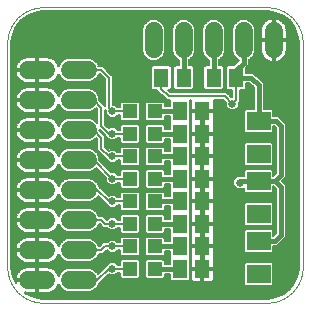
<source format=gtl>
G75*
%MOIN*%
%OFA0B0*%
%FSLAX25Y25*%
%IPPOS*%
%LPD*%
%AMOC8*
5,1,8,0,0,1.08239X$1,22.5*
%
%ADD10C,0.00000*%
%ADD11R,0.04724X0.04724*%
%ADD12R,0.07874X0.06299*%
%ADD13R,0.05118X0.06299*%
%ADD14C,0.06000*%
%ADD15C,0.01600*%
%ADD16C,0.02600*%
%ADD17C,0.00600*%
%ADD18C,0.00800*%
D10*
X0004500Y0013111D02*
X0004500Y0087914D01*
X0004503Y0088199D01*
X0004514Y0088485D01*
X0004531Y0088770D01*
X0004555Y0089054D01*
X0004586Y0089338D01*
X0004624Y0089621D01*
X0004669Y0089902D01*
X0004720Y0090183D01*
X0004778Y0090463D01*
X0004843Y0090741D01*
X0004915Y0091017D01*
X0004993Y0091291D01*
X0005078Y0091564D01*
X0005170Y0091834D01*
X0005268Y0092102D01*
X0005372Y0092368D01*
X0005483Y0092631D01*
X0005600Y0092891D01*
X0005723Y0093149D01*
X0005853Y0093403D01*
X0005989Y0093654D01*
X0006130Y0093902D01*
X0006278Y0094146D01*
X0006431Y0094387D01*
X0006591Y0094623D01*
X0006756Y0094856D01*
X0006926Y0095085D01*
X0007102Y0095310D01*
X0007284Y0095530D01*
X0007470Y0095746D01*
X0007662Y0095957D01*
X0007859Y0096164D01*
X0008061Y0096366D01*
X0008268Y0096563D01*
X0008479Y0096755D01*
X0008695Y0096941D01*
X0008915Y0097123D01*
X0009140Y0097299D01*
X0009369Y0097469D01*
X0009602Y0097634D01*
X0009838Y0097794D01*
X0010079Y0097947D01*
X0010323Y0098095D01*
X0010571Y0098236D01*
X0010822Y0098372D01*
X0011076Y0098502D01*
X0011334Y0098625D01*
X0011594Y0098742D01*
X0011857Y0098853D01*
X0012123Y0098957D01*
X0012391Y0099055D01*
X0012661Y0099147D01*
X0012934Y0099232D01*
X0013208Y0099310D01*
X0013484Y0099382D01*
X0013762Y0099447D01*
X0014042Y0099505D01*
X0014323Y0099556D01*
X0014604Y0099601D01*
X0014887Y0099639D01*
X0015171Y0099670D01*
X0015455Y0099694D01*
X0015740Y0099711D01*
X0016026Y0099722D01*
X0016311Y0099725D01*
X0091114Y0099725D01*
X0091399Y0099722D01*
X0091685Y0099711D01*
X0091970Y0099694D01*
X0092254Y0099670D01*
X0092538Y0099639D01*
X0092821Y0099601D01*
X0093102Y0099556D01*
X0093383Y0099505D01*
X0093663Y0099447D01*
X0093941Y0099382D01*
X0094217Y0099310D01*
X0094491Y0099232D01*
X0094764Y0099147D01*
X0095034Y0099055D01*
X0095302Y0098957D01*
X0095568Y0098853D01*
X0095831Y0098742D01*
X0096091Y0098625D01*
X0096349Y0098502D01*
X0096603Y0098372D01*
X0096854Y0098236D01*
X0097102Y0098095D01*
X0097346Y0097947D01*
X0097587Y0097794D01*
X0097823Y0097634D01*
X0098056Y0097469D01*
X0098285Y0097299D01*
X0098510Y0097123D01*
X0098730Y0096941D01*
X0098946Y0096755D01*
X0099157Y0096563D01*
X0099364Y0096366D01*
X0099566Y0096164D01*
X0099763Y0095957D01*
X0099955Y0095746D01*
X0100141Y0095530D01*
X0100323Y0095310D01*
X0100499Y0095085D01*
X0100669Y0094856D01*
X0100834Y0094623D01*
X0100994Y0094387D01*
X0101147Y0094146D01*
X0101295Y0093902D01*
X0101436Y0093654D01*
X0101572Y0093403D01*
X0101702Y0093149D01*
X0101825Y0092891D01*
X0101942Y0092631D01*
X0102053Y0092368D01*
X0102157Y0092102D01*
X0102255Y0091834D01*
X0102347Y0091564D01*
X0102432Y0091291D01*
X0102510Y0091017D01*
X0102582Y0090741D01*
X0102647Y0090463D01*
X0102705Y0090183D01*
X0102756Y0089902D01*
X0102801Y0089621D01*
X0102839Y0089338D01*
X0102870Y0089054D01*
X0102894Y0088770D01*
X0102911Y0088485D01*
X0102922Y0088199D01*
X0102925Y0087914D01*
X0102925Y0013111D01*
X0102922Y0012826D01*
X0102911Y0012540D01*
X0102894Y0012255D01*
X0102870Y0011971D01*
X0102839Y0011687D01*
X0102801Y0011404D01*
X0102756Y0011123D01*
X0102705Y0010842D01*
X0102647Y0010562D01*
X0102582Y0010284D01*
X0102510Y0010008D01*
X0102432Y0009734D01*
X0102347Y0009461D01*
X0102255Y0009191D01*
X0102157Y0008923D01*
X0102053Y0008657D01*
X0101942Y0008394D01*
X0101825Y0008134D01*
X0101702Y0007876D01*
X0101572Y0007622D01*
X0101436Y0007371D01*
X0101295Y0007123D01*
X0101147Y0006879D01*
X0100994Y0006638D01*
X0100834Y0006402D01*
X0100669Y0006169D01*
X0100499Y0005940D01*
X0100323Y0005715D01*
X0100141Y0005495D01*
X0099955Y0005279D01*
X0099763Y0005068D01*
X0099566Y0004861D01*
X0099364Y0004659D01*
X0099157Y0004462D01*
X0098946Y0004270D01*
X0098730Y0004084D01*
X0098510Y0003902D01*
X0098285Y0003726D01*
X0098056Y0003556D01*
X0097823Y0003391D01*
X0097587Y0003231D01*
X0097346Y0003078D01*
X0097102Y0002930D01*
X0096854Y0002789D01*
X0096603Y0002653D01*
X0096349Y0002523D01*
X0096091Y0002400D01*
X0095831Y0002283D01*
X0095568Y0002172D01*
X0095302Y0002068D01*
X0095034Y0001970D01*
X0094764Y0001878D01*
X0094491Y0001793D01*
X0094217Y0001715D01*
X0093941Y0001643D01*
X0093663Y0001578D01*
X0093383Y0001520D01*
X0093102Y0001469D01*
X0092821Y0001424D01*
X0092538Y0001386D01*
X0092254Y0001355D01*
X0091970Y0001331D01*
X0091685Y0001314D01*
X0091399Y0001303D01*
X0091114Y0001300D01*
X0016311Y0001300D01*
X0016026Y0001303D01*
X0015740Y0001314D01*
X0015455Y0001331D01*
X0015171Y0001355D01*
X0014887Y0001386D01*
X0014604Y0001424D01*
X0014323Y0001469D01*
X0014042Y0001520D01*
X0013762Y0001578D01*
X0013484Y0001643D01*
X0013208Y0001715D01*
X0012934Y0001793D01*
X0012661Y0001878D01*
X0012391Y0001970D01*
X0012123Y0002068D01*
X0011857Y0002172D01*
X0011594Y0002283D01*
X0011334Y0002400D01*
X0011076Y0002523D01*
X0010822Y0002653D01*
X0010571Y0002789D01*
X0010323Y0002930D01*
X0010079Y0003078D01*
X0009838Y0003231D01*
X0009602Y0003391D01*
X0009369Y0003556D01*
X0009140Y0003726D01*
X0008915Y0003902D01*
X0008695Y0004084D01*
X0008479Y0004270D01*
X0008268Y0004462D01*
X0008061Y0004659D01*
X0007859Y0004861D01*
X0007662Y0005068D01*
X0007470Y0005279D01*
X0007284Y0005495D01*
X0007102Y0005715D01*
X0006926Y0005940D01*
X0006756Y0006169D01*
X0006591Y0006402D01*
X0006431Y0006638D01*
X0006278Y0006879D01*
X0006130Y0007123D01*
X0005989Y0007371D01*
X0005853Y0007622D01*
X0005723Y0007876D01*
X0005600Y0008134D01*
X0005483Y0008394D01*
X0005372Y0008657D01*
X0005268Y0008923D01*
X0005170Y0009191D01*
X0005078Y0009461D01*
X0004993Y0009734D01*
X0004915Y0010008D01*
X0004843Y0010284D01*
X0004778Y0010562D01*
X0004720Y0010842D01*
X0004669Y0011123D01*
X0004624Y0011404D01*
X0004586Y0011687D01*
X0004555Y0011971D01*
X0004531Y0012255D01*
X0004514Y0012540D01*
X0004503Y0012826D01*
X0004500Y0013111D01*
D11*
X0045366Y0012550D03*
X0045366Y0020050D03*
X0045366Y0027550D03*
X0045366Y0035050D03*
X0045366Y0042550D03*
X0045366Y0050050D03*
X0045366Y0057550D03*
X0045366Y0065050D03*
X0053634Y0065050D03*
X0053634Y0057550D03*
X0053634Y0050050D03*
X0053634Y0042550D03*
X0053634Y0035050D03*
X0053634Y0027550D03*
X0053634Y0020050D03*
X0053634Y0012550D03*
D12*
X0088250Y0010788D03*
X0088250Y0021812D03*
X0088250Y0030788D03*
X0088250Y0041812D03*
X0088250Y0050788D03*
X0088250Y0061812D03*
D13*
X0080740Y0076300D03*
X0073260Y0076300D03*
X0063240Y0076300D03*
X0055760Y0076300D03*
X0062010Y0065050D03*
X0069490Y0065050D03*
X0069490Y0057550D03*
X0062010Y0057550D03*
X0062010Y0050050D03*
X0069490Y0050050D03*
X0069490Y0042550D03*
X0062010Y0042550D03*
X0062010Y0035050D03*
X0069490Y0035050D03*
X0069490Y0027550D03*
X0062010Y0027550D03*
X0062010Y0020050D03*
X0069490Y0020050D03*
X0069490Y0012550D03*
X0062010Y0012550D03*
D14*
X0031250Y0008800D02*
X0025250Y0008800D01*
X0017500Y0008800D02*
X0011500Y0008800D01*
X0011500Y0018800D02*
X0017500Y0018800D01*
X0025250Y0018800D02*
X0031250Y0018800D01*
X0031250Y0028800D02*
X0025250Y0028800D01*
X0017500Y0028800D02*
X0011500Y0028800D01*
X0011500Y0038800D02*
X0017500Y0038800D01*
X0025250Y0038800D02*
X0031250Y0038800D01*
X0031250Y0048800D02*
X0025250Y0048800D01*
X0017500Y0048800D02*
X0011500Y0048800D01*
X0011500Y0058800D02*
X0017500Y0058800D01*
X0025250Y0058800D02*
X0031250Y0058800D01*
X0031250Y0068800D02*
X0025250Y0068800D01*
X0017500Y0068800D02*
X0011500Y0068800D01*
X0011500Y0078800D02*
X0017500Y0078800D01*
X0025250Y0078800D02*
X0031250Y0078800D01*
X0053250Y0085800D02*
X0053250Y0091800D01*
X0063250Y0091800D02*
X0063250Y0085800D01*
X0073250Y0085800D02*
X0073250Y0091800D01*
X0083250Y0091800D02*
X0083250Y0085800D01*
X0093250Y0085800D02*
X0093250Y0091800D01*
D15*
X0083250Y0088800D02*
X0083250Y0081300D01*
X0080740Y0078790D01*
X0080740Y0076300D01*
X0080750Y0076300D01*
X0085750Y0076300D01*
X0088250Y0073800D01*
X0088250Y0061812D01*
X0093988Y0061812D01*
X0095750Y0060050D01*
X0095750Y0043800D01*
X0093762Y0041812D01*
X0095750Y0039824D01*
X0095750Y0023800D01*
X0093762Y0021812D01*
X0088250Y0021812D01*
X0088250Y0030060D02*
X0088250Y0030788D01*
X0082000Y0041300D02*
X0082512Y0041812D01*
X0088250Y0041812D01*
X0093762Y0041812D01*
X0088250Y0050050D02*
X0088250Y0050788D01*
X0069490Y0050050D02*
X0069490Y0057550D01*
X0069490Y0065050D01*
X0062010Y0065050D02*
X0053634Y0065050D01*
X0053634Y0057550D02*
X0062010Y0057550D01*
X0062010Y0050050D02*
X0059500Y0050050D01*
X0053634Y0050050D01*
X0053634Y0042550D02*
X0062010Y0042550D01*
X0069490Y0042550D02*
X0069490Y0035050D01*
X0069490Y0027550D01*
X0069490Y0020050D01*
X0069490Y0012550D01*
X0062010Y0012550D02*
X0053634Y0012550D01*
X0053634Y0020050D02*
X0062010Y0020050D01*
X0062010Y0027550D02*
X0057000Y0027550D01*
X0053634Y0027550D01*
X0053634Y0035050D02*
X0062010Y0035050D01*
X0088250Y0010788D02*
X0088250Y0009538D01*
X0073260Y0076300D02*
X0073260Y0088790D01*
X0073250Y0088800D01*
X0063250Y0088800D02*
X0063250Y0076310D01*
X0063240Y0076300D01*
D16*
X0079500Y0067550D03*
X0088250Y0050050D03*
X0082000Y0041300D03*
X0080750Y0033800D03*
X0080750Y0026300D03*
X0088250Y0030060D03*
X0088250Y0009538D03*
X0039500Y0012550D03*
X0039500Y0020050D03*
X0039500Y0027550D03*
X0039500Y0035050D03*
X0039500Y0042550D03*
X0039500Y0050050D03*
X0039500Y0057550D03*
X0039500Y0065050D03*
D17*
X0006946Y0008339D02*
X0007296Y0007857D01*
X0007200Y0008462D01*
X0007200Y0008500D01*
X0014200Y0008500D01*
X0014800Y0008500D01*
X0014800Y0004500D01*
X0017838Y0004500D01*
X0018507Y0004606D01*
X0019151Y0004815D01*
X0019754Y0005122D01*
X0020301Y0005520D01*
X0020780Y0005999D01*
X0021178Y0006546D01*
X0021485Y0007149D01*
X0021585Y0007457D01*
X0021944Y0006591D01*
X0023041Y0005494D01*
X0024474Y0004900D01*
X0032026Y0004900D01*
X0033459Y0005494D01*
X0034556Y0006591D01*
X0034933Y0007500D01*
X0035038Y0007500D01*
X0038239Y0010700D01*
X0038589Y0010350D01*
X0040411Y0010350D01*
X0041311Y0011250D01*
X0042104Y0011250D01*
X0042104Y0009815D01*
X0042631Y0009288D01*
X0048101Y0009288D01*
X0048628Y0009815D01*
X0048628Y0015285D01*
X0048101Y0015812D01*
X0042631Y0015812D01*
X0042104Y0015285D01*
X0042104Y0013850D01*
X0041311Y0013850D01*
X0040411Y0014750D01*
X0038589Y0014750D01*
X0037300Y0013461D01*
X0037300Y0013438D01*
X0034648Y0010787D01*
X0034556Y0011009D01*
X0033459Y0012106D01*
X0032026Y0012700D01*
X0024474Y0012700D01*
X0023041Y0012106D01*
X0021944Y0011009D01*
X0021585Y0010143D01*
X0021485Y0010451D01*
X0021178Y0011054D01*
X0020780Y0011601D01*
X0020301Y0012080D01*
X0019754Y0012478D01*
X0019151Y0012785D01*
X0018507Y0012994D01*
X0017838Y0013100D01*
X0014800Y0013100D01*
X0014800Y0009100D01*
X0014200Y0009100D01*
X0014200Y0013100D01*
X0011162Y0013100D01*
X0010493Y0012994D01*
X0009849Y0012785D01*
X0009246Y0012478D01*
X0008699Y0012080D01*
X0008220Y0011601D01*
X0007822Y0011054D01*
X0007515Y0010451D01*
X0007306Y0009807D01*
X0007200Y0009138D01*
X0007200Y0009100D01*
X0014200Y0009100D01*
X0014200Y0008500D01*
X0014200Y0004500D01*
X0011162Y0004500D01*
X0010493Y0004606D01*
X0010243Y0004687D01*
X0011539Y0003746D01*
X0014667Y0002729D01*
X0016311Y0002600D01*
X0091114Y0002600D01*
X0092758Y0002729D01*
X0095886Y0003746D01*
X0098547Y0005679D01*
X0100480Y0008339D01*
X0101496Y0011467D01*
X0101625Y0013111D01*
X0101625Y0087914D01*
X0101496Y0089558D01*
X0100480Y0092686D01*
X0098547Y0095347D01*
X0095886Y0097280D01*
X0092758Y0098296D01*
X0091114Y0098425D01*
X0016311Y0098425D01*
X0014667Y0098296D01*
X0011539Y0097280D01*
X0008879Y0095347D01*
X0006946Y0092686D01*
X0005929Y0089558D01*
X0005800Y0087914D01*
X0005800Y0013111D01*
X0005929Y0011467D01*
X0006946Y0008339D01*
X0006899Y0008482D02*
X0007200Y0008482D01*
X0007277Y0007884D02*
X0007292Y0007884D01*
X0006705Y0009081D02*
X0014200Y0009081D01*
X0014200Y0009679D02*
X0014800Y0009679D01*
X0014800Y0010278D02*
X0014200Y0010278D01*
X0014200Y0010876D02*
X0014800Y0010876D01*
X0014800Y0011475D02*
X0014200Y0011475D01*
X0014200Y0012073D02*
X0014800Y0012073D01*
X0014800Y0012672D02*
X0014200Y0012672D01*
X0014200Y0014500D02*
X0014200Y0018500D01*
X0014800Y0018500D01*
X0014800Y0014500D01*
X0017838Y0014500D01*
X0018507Y0014606D01*
X0019151Y0014815D01*
X0019754Y0015122D01*
X0020301Y0015520D01*
X0020780Y0015999D01*
X0021178Y0016546D01*
X0021485Y0017149D01*
X0021585Y0017457D01*
X0021944Y0016591D01*
X0023041Y0015494D01*
X0024474Y0014900D01*
X0032026Y0014900D01*
X0033459Y0015494D01*
X0034556Y0016591D01*
X0034933Y0017500D01*
X0036288Y0017500D01*
X0037538Y0018750D01*
X0037689Y0018750D01*
X0038589Y0017850D01*
X0040411Y0017850D01*
X0041311Y0018750D01*
X0042104Y0018750D01*
X0042104Y0017315D01*
X0042631Y0016788D01*
X0048101Y0016788D01*
X0048628Y0017315D01*
X0048628Y0022785D01*
X0048101Y0023312D01*
X0042631Y0023312D01*
X0042104Y0022785D01*
X0042104Y0021350D01*
X0041311Y0021350D01*
X0040411Y0022250D01*
X0038589Y0022250D01*
X0037689Y0021350D01*
X0036462Y0021350D01*
X0035212Y0020100D01*
X0034933Y0020100D01*
X0034556Y0021009D01*
X0033459Y0022106D01*
X0032026Y0022700D01*
X0024474Y0022700D01*
X0023041Y0022106D01*
X0021944Y0021009D01*
X0021585Y0020143D01*
X0021485Y0020451D01*
X0021178Y0021054D01*
X0020780Y0021601D01*
X0020301Y0022080D01*
X0019754Y0022478D01*
X0019151Y0022785D01*
X0018507Y0022994D01*
X0017838Y0023100D01*
X0014800Y0023100D01*
X0014800Y0019100D01*
X0014200Y0019100D01*
X0014200Y0023100D01*
X0011162Y0023100D01*
X0010493Y0022994D01*
X0009849Y0022785D01*
X0009246Y0022478D01*
X0008699Y0022080D01*
X0008220Y0021601D01*
X0007822Y0021054D01*
X0007515Y0020451D01*
X0007306Y0019807D01*
X0007200Y0019138D01*
X0007200Y0019100D01*
X0014200Y0019100D01*
X0014200Y0018500D01*
X0007200Y0018500D01*
X0007200Y0018462D01*
X0007306Y0017793D01*
X0007515Y0017149D01*
X0007822Y0016546D01*
X0008220Y0015999D01*
X0008699Y0015520D01*
X0009246Y0015122D01*
X0009849Y0014815D01*
X0010493Y0014606D01*
X0011162Y0014500D01*
X0014200Y0014500D01*
X0014200Y0015066D02*
X0014800Y0015066D01*
X0014800Y0015664D02*
X0014200Y0015664D01*
X0014200Y0016263D02*
X0014800Y0016263D01*
X0014800Y0016861D02*
X0014200Y0016861D01*
X0014200Y0017460D02*
X0014800Y0017460D01*
X0014800Y0018058D02*
X0014200Y0018058D01*
X0014200Y0018657D02*
X0005800Y0018657D01*
X0005800Y0019255D02*
X0007219Y0019255D01*
X0007321Y0019854D02*
X0005800Y0019854D01*
X0005800Y0020452D02*
X0007516Y0020452D01*
X0007821Y0021051D02*
X0005800Y0021051D01*
X0005800Y0021649D02*
X0008268Y0021649D01*
X0008930Y0022248D02*
X0005800Y0022248D01*
X0005800Y0022846D02*
X0010039Y0022846D01*
X0010493Y0024606D02*
X0011162Y0024500D01*
X0014200Y0024500D01*
X0014200Y0028500D01*
X0014800Y0028500D01*
X0014800Y0024500D01*
X0017838Y0024500D01*
X0018507Y0024606D01*
X0019151Y0024815D01*
X0019754Y0025122D01*
X0020301Y0025520D01*
X0020780Y0025999D01*
X0021178Y0026546D01*
X0021485Y0027149D01*
X0021585Y0027457D01*
X0021944Y0026591D01*
X0023041Y0025494D01*
X0024474Y0024900D01*
X0032026Y0024900D01*
X0033459Y0025494D01*
X0034556Y0026591D01*
X0034933Y0027500D01*
X0035212Y0027500D01*
X0036462Y0026250D01*
X0037689Y0026250D01*
X0038589Y0025350D01*
X0040411Y0025350D01*
X0041311Y0026250D01*
X0042104Y0026250D01*
X0042104Y0024815D01*
X0042631Y0024288D01*
X0048101Y0024288D01*
X0048628Y0024815D01*
X0048628Y0030285D01*
X0048101Y0030812D01*
X0042631Y0030812D01*
X0042104Y0030285D01*
X0042104Y0028850D01*
X0041311Y0028850D01*
X0040411Y0029750D01*
X0038589Y0029750D01*
X0037689Y0028850D01*
X0037538Y0028850D01*
X0036288Y0030100D01*
X0034933Y0030100D01*
X0034556Y0031009D01*
X0033459Y0032106D01*
X0032026Y0032700D01*
X0024474Y0032700D01*
X0023041Y0032106D01*
X0021944Y0031009D01*
X0021585Y0030143D01*
X0021485Y0030451D01*
X0021178Y0031054D01*
X0020780Y0031601D01*
X0020301Y0032080D01*
X0019754Y0032478D01*
X0019151Y0032785D01*
X0018507Y0032994D01*
X0017838Y0033100D01*
X0014800Y0033100D01*
X0014800Y0029100D01*
X0014200Y0029100D01*
X0014200Y0033100D01*
X0011162Y0033100D01*
X0010493Y0032994D01*
X0009849Y0032785D01*
X0009246Y0032478D01*
X0008699Y0032080D01*
X0008220Y0031601D01*
X0007822Y0031054D01*
X0007515Y0030451D01*
X0007306Y0029807D01*
X0007200Y0029138D01*
X0007200Y0029100D01*
X0014200Y0029100D01*
X0014200Y0028500D01*
X0007200Y0028500D01*
X0007200Y0028462D01*
X0007306Y0027793D01*
X0007515Y0027149D01*
X0007822Y0026546D01*
X0008220Y0025999D01*
X0008699Y0025520D01*
X0009246Y0025122D01*
X0009849Y0024815D01*
X0010493Y0024606D01*
X0010382Y0024642D02*
X0005800Y0024642D01*
X0005800Y0025240D02*
X0009084Y0025240D01*
X0008380Y0025839D02*
X0005800Y0025839D01*
X0005800Y0026437D02*
X0007901Y0026437D01*
X0007573Y0027036D02*
X0005800Y0027036D01*
X0005800Y0027634D02*
X0007357Y0027634D01*
X0007236Y0028233D02*
X0005800Y0028233D01*
X0005800Y0028832D02*
X0014200Y0028832D01*
X0014200Y0029430D02*
X0014800Y0029430D01*
X0014800Y0030029D02*
X0014200Y0030029D01*
X0014200Y0030627D02*
X0014800Y0030627D01*
X0014800Y0031226D02*
X0014200Y0031226D01*
X0014200Y0031824D02*
X0014800Y0031824D01*
X0014800Y0032423D02*
X0014200Y0032423D01*
X0014200Y0033021D02*
X0014800Y0033021D01*
X0014800Y0034500D02*
X0017838Y0034500D01*
X0018507Y0034606D01*
X0019151Y0034815D01*
X0019754Y0035122D01*
X0020301Y0035520D01*
X0020780Y0035999D01*
X0021178Y0036546D01*
X0021485Y0037149D01*
X0021585Y0037457D01*
X0021944Y0036591D01*
X0023041Y0035494D01*
X0024474Y0034900D01*
X0032026Y0034900D01*
X0033459Y0035494D01*
X0034556Y0036591D01*
X0034648Y0036813D01*
X0037300Y0034162D01*
X0037300Y0034139D01*
X0038589Y0032850D01*
X0040411Y0032850D01*
X0041311Y0033750D01*
X0042104Y0033750D01*
X0042104Y0032315D01*
X0042631Y0031788D01*
X0048101Y0031788D01*
X0048628Y0032315D01*
X0048628Y0037785D01*
X0048101Y0038312D01*
X0042631Y0038312D01*
X0042104Y0037785D01*
X0042104Y0036350D01*
X0041311Y0036350D01*
X0040411Y0037250D01*
X0038589Y0037250D01*
X0038239Y0036900D01*
X0035038Y0040100D01*
X0034933Y0040100D01*
X0034556Y0041009D01*
X0033459Y0042106D01*
X0032026Y0042700D01*
X0024474Y0042700D01*
X0023041Y0042106D01*
X0021944Y0041009D01*
X0021585Y0040143D01*
X0021485Y0040451D01*
X0021178Y0041054D01*
X0020780Y0041601D01*
X0020301Y0042080D01*
X0019754Y0042478D01*
X0019151Y0042785D01*
X0018507Y0042994D01*
X0017838Y0043100D01*
X0014800Y0043100D01*
X0014800Y0039100D01*
X0014200Y0039100D01*
X0014200Y0043100D01*
X0011162Y0043100D01*
X0010493Y0042994D01*
X0009849Y0042785D01*
X0009246Y0042478D01*
X0008699Y0042080D01*
X0008220Y0041601D01*
X0007822Y0041054D01*
X0007515Y0040451D01*
X0007306Y0039807D01*
X0007200Y0039138D01*
X0007200Y0039100D01*
X0014200Y0039100D01*
X0014200Y0038500D01*
X0014800Y0038500D01*
X0014800Y0034500D01*
X0014800Y0034817D02*
X0014200Y0034817D01*
X0014200Y0034500D02*
X0014200Y0038500D01*
X0007200Y0038500D01*
X0007200Y0038462D01*
X0007306Y0037793D01*
X0007515Y0037149D01*
X0007822Y0036546D01*
X0008220Y0035999D01*
X0008699Y0035520D01*
X0009246Y0035122D01*
X0009849Y0034815D01*
X0010493Y0034606D01*
X0011162Y0034500D01*
X0014200Y0034500D01*
X0014200Y0035415D02*
X0014800Y0035415D01*
X0014800Y0036014D02*
X0014200Y0036014D01*
X0014200Y0036612D02*
X0014800Y0036612D01*
X0014800Y0037211D02*
X0014200Y0037211D01*
X0014200Y0037809D02*
X0014800Y0037809D01*
X0014800Y0038408D02*
X0014200Y0038408D01*
X0014200Y0039006D02*
X0005800Y0039006D01*
X0005800Y0038408D02*
X0007209Y0038408D01*
X0007303Y0037809D02*
X0005800Y0037809D01*
X0005800Y0037211D02*
X0007495Y0037211D01*
X0007789Y0036612D02*
X0005800Y0036612D01*
X0005800Y0036014D02*
X0008209Y0036014D01*
X0008843Y0035415D02*
X0005800Y0035415D01*
X0005800Y0034817D02*
X0009846Y0034817D01*
X0010664Y0033021D02*
X0005800Y0033021D01*
X0005800Y0032423D02*
X0009170Y0032423D01*
X0008443Y0031824D02*
X0005800Y0031824D01*
X0005800Y0031226D02*
X0007947Y0031226D01*
X0007605Y0030627D02*
X0005800Y0030627D01*
X0005800Y0030029D02*
X0007378Y0030029D01*
X0007246Y0029430D02*
X0005800Y0029430D01*
X0005800Y0033620D02*
X0037819Y0033620D01*
X0037243Y0034218D02*
X0005800Y0034218D01*
X0005800Y0039605D02*
X0007274Y0039605D01*
X0007435Y0040203D02*
X0005800Y0040203D01*
X0005800Y0040802D02*
X0007694Y0040802D01*
X0008074Y0041400D02*
X0005800Y0041400D01*
X0005800Y0041999D02*
X0008618Y0041999D01*
X0009481Y0042597D02*
X0005800Y0042597D01*
X0005800Y0043196D02*
X0037016Y0043196D01*
X0037300Y0042912D02*
X0037300Y0041639D01*
X0038589Y0040350D01*
X0040411Y0040350D01*
X0041311Y0041250D01*
X0042104Y0041250D01*
X0042104Y0039815D01*
X0042631Y0039288D01*
X0048101Y0039288D01*
X0048628Y0039815D01*
X0048628Y0045285D01*
X0048101Y0045812D01*
X0042631Y0045812D01*
X0042104Y0045285D01*
X0042104Y0043850D01*
X0041311Y0043850D01*
X0040411Y0044750D01*
X0039138Y0044750D01*
X0035150Y0048738D01*
X0035150Y0049576D01*
X0034556Y0051009D01*
X0033459Y0052106D01*
X0032026Y0052700D01*
X0024474Y0052700D01*
X0023041Y0052106D01*
X0021944Y0051009D01*
X0021585Y0050143D01*
X0021485Y0050451D01*
X0021178Y0051054D01*
X0020780Y0051601D01*
X0020301Y0052080D01*
X0019754Y0052478D01*
X0019151Y0052785D01*
X0018507Y0052994D01*
X0017838Y0053100D01*
X0014800Y0053100D01*
X0014800Y0049100D01*
X0014200Y0049100D01*
X0014200Y0053100D01*
X0011162Y0053100D01*
X0010493Y0052994D01*
X0009849Y0052785D01*
X0009246Y0052478D01*
X0008699Y0052080D01*
X0008220Y0051601D01*
X0007822Y0051054D01*
X0007515Y0050451D01*
X0007306Y0049807D01*
X0007200Y0049138D01*
X0007200Y0049100D01*
X0014200Y0049100D01*
X0014200Y0048500D01*
X0014800Y0048500D01*
X0014800Y0044500D01*
X0017838Y0044500D01*
X0018507Y0044606D01*
X0019151Y0044815D01*
X0019754Y0045122D01*
X0020301Y0045520D01*
X0020780Y0045999D01*
X0021178Y0046546D01*
X0021485Y0047149D01*
X0021585Y0047457D01*
X0021944Y0046591D01*
X0023041Y0045494D01*
X0024474Y0044900D01*
X0032026Y0044900D01*
X0033459Y0045494D01*
X0034088Y0046123D01*
X0037300Y0042912D01*
X0037300Y0042597D02*
X0032274Y0042597D01*
X0033567Y0041999D02*
X0037300Y0041999D01*
X0037538Y0041400D02*
X0034165Y0041400D01*
X0034642Y0040802D02*
X0038137Y0040802D01*
X0036132Y0039006D02*
X0058572Y0039006D01*
X0058551Y0039028D02*
X0058778Y0038800D01*
X0058551Y0038572D01*
X0058551Y0036750D01*
X0056896Y0036750D01*
X0056896Y0037785D01*
X0056369Y0038312D01*
X0050899Y0038312D01*
X0050372Y0037785D01*
X0050372Y0032315D01*
X0050899Y0031788D01*
X0056369Y0031788D01*
X0056896Y0032315D01*
X0056896Y0033350D01*
X0058551Y0033350D01*
X0058551Y0031528D01*
X0058778Y0031300D01*
X0058551Y0031072D01*
X0058551Y0029250D01*
X0056896Y0029250D01*
X0056896Y0030285D01*
X0056369Y0030812D01*
X0050899Y0030812D01*
X0050372Y0030285D01*
X0050372Y0024815D01*
X0050899Y0024288D01*
X0056369Y0024288D01*
X0056896Y0024815D01*
X0056896Y0025850D01*
X0058551Y0025850D01*
X0058551Y0024028D01*
X0058778Y0023800D01*
X0058551Y0023572D01*
X0058551Y0021750D01*
X0056896Y0021750D01*
X0056896Y0022785D01*
X0056369Y0023312D01*
X0050899Y0023312D01*
X0050372Y0022785D01*
X0050372Y0017315D01*
X0050899Y0016788D01*
X0056369Y0016788D01*
X0056896Y0017315D01*
X0056896Y0018350D01*
X0058551Y0018350D01*
X0058551Y0016528D01*
X0058778Y0016300D01*
X0058551Y0016072D01*
X0058551Y0014250D01*
X0056896Y0014250D01*
X0056896Y0015285D01*
X0056369Y0015812D01*
X0050899Y0015812D01*
X0050372Y0015285D01*
X0050372Y0009815D01*
X0050899Y0009288D01*
X0056369Y0009288D01*
X0056896Y0009815D01*
X0056896Y0010850D01*
X0058551Y0010850D01*
X0058551Y0009028D01*
X0059078Y0008500D01*
X0064942Y0008500D01*
X0065469Y0009028D01*
X0065469Y0016072D01*
X0065241Y0016300D01*
X0065469Y0016528D01*
X0065469Y0023572D01*
X0065241Y0023800D01*
X0065469Y0024028D01*
X0065469Y0031072D01*
X0065241Y0031300D01*
X0065469Y0031528D01*
X0065469Y0038572D01*
X0065241Y0038800D01*
X0065469Y0039028D01*
X0065469Y0046072D01*
X0065241Y0046300D01*
X0065469Y0046528D01*
X0065469Y0053572D01*
X0065241Y0053800D01*
X0065469Y0054028D01*
X0065469Y0061072D01*
X0065241Y0061300D01*
X0065469Y0061528D01*
X0065469Y0068572D01*
X0065291Y0068750D01*
X0065748Y0068750D01*
X0065720Y0068701D01*
X0065631Y0068371D01*
X0065631Y0065350D01*
X0069190Y0065350D01*
X0069190Y0064750D01*
X0065631Y0064750D01*
X0065631Y0061729D01*
X0065720Y0061399D01*
X0065777Y0061300D01*
X0065720Y0061201D01*
X0065631Y0060871D01*
X0065631Y0057850D01*
X0069190Y0057850D01*
X0069190Y0057250D01*
X0065631Y0057250D01*
X0065631Y0054229D01*
X0065720Y0053899D01*
X0065777Y0053800D01*
X0065720Y0053701D01*
X0065631Y0053371D01*
X0065631Y0050350D01*
X0069190Y0050350D01*
X0069190Y0049750D01*
X0065631Y0049750D01*
X0065631Y0046729D01*
X0065720Y0046399D01*
X0065777Y0046300D01*
X0065720Y0046201D01*
X0065631Y0045871D01*
X0065631Y0042850D01*
X0069190Y0042850D01*
X0069190Y0042250D01*
X0065631Y0042250D01*
X0065631Y0039229D01*
X0065720Y0038899D01*
X0065777Y0038800D01*
X0065720Y0038701D01*
X0065631Y0038371D01*
X0065631Y0035350D01*
X0069190Y0035350D01*
X0069190Y0034750D01*
X0065631Y0034750D01*
X0065631Y0031729D01*
X0065720Y0031399D01*
X0065777Y0031300D01*
X0065720Y0031201D01*
X0065631Y0030871D01*
X0065631Y0027850D01*
X0069190Y0027850D01*
X0069190Y0027250D01*
X0065631Y0027250D01*
X0065631Y0024229D01*
X0065720Y0023899D01*
X0065777Y0023800D01*
X0065720Y0023701D01*
X0065631Y0023371D01*
X0065631Y0020350D01*
X0069190Y0020350D01*
X0069190Y0019750D01*
X0065631Y0019750D01*
X0065631Y0016729D01*
X0065720Y0016399D01*
X0065777Y0016300D01*
X0065720Y0016201D01*
X0065631Y0015871D01*
X0065631Y0012850D01*
X0069190Y0012850D01*
X0069190Y0012250D01*
X0065631Y0012250D01*
X0065631Y0009229D01*
X0065720Y0008899D01*
X0065891Y0008602D01*
X0066133Y0008360D01*
X0066429Y0008189D01*
X0066760Y0008100D01*
X0069190Y0008100D01*
X0069190Y0012250D01*
X0069790Y0012250D01*
X0069790Y0008100D01*
X0072220Y0008100D01*
X0072551Y0008189D01*
X0072847Y0008360D01*
X0073089Y0008602D01*
X0073261Y0008899D01*
X0073349Y0009229D01*
X0073349Y0012250D01*
X0069790Y0012250D01*
X0069790Y0012850D01*
X0069190Y0012850D01*
X0069190Y0017000D01*
X0069190Y0019750D01*
X0069790Y0019750D01*
X0069790Y0012850D01*
X0073349Y0012850D01*
X0073349Y0015871D01*
X0073261Y0016201D01*
X0073204Y0016300D01*
X0073261Y0016399D01*
X0073349Y0016729D01*
X0073349Y0019750D01*
X0069790Y0019750D01*
X0069790Y0020350D01*
X0069190Y0020350D01*
X0069190Y0023100D01*
X0069190Y0027250D01*
X0069790Y0027250D01*
X0069790Y0020350D01*
X0073349Y0020350D01*
X0073349Y0023371D01*
X0073261Y0023701D01*
X0073204Y0023800D01*
X0073261Y0023899D01*
X0073349Y0024229D01*
X0073349Y0027250D01*
X0069790Y0027250D01*
X0069790Y0027850D01*
X0069190Y0027850D01*
X0069190Y0032000D01*
X0069190Y0034750D01*
X0069790Y0034750D01*
X0069790Y0027850D01*
X0073349Y0027850D01*
X0073349Y0030871D01*
X0073261Y0031201D01*
X0073204Y0031300D01*
X0073261Y0031399D01*
X0073349Y0031729D01*
X0073349Y0034750D01*
X0069790Y0034750D01*
X0069790Y0035350D01*
X0069190Y0035350D01*
X0069190Y0039500D01*
X0069190Y0042250D01*
X0069790Y0042250D01*
X0069790Y0035350D01*
X0073349Y0035350D01*
X0073349Y0038371D01*
X0073261Y0038701D01*
X0073204Y0038800D01*
X0073261Y0038899D01*
X0073349Y0039229D01*
X0073349Y0042250D01*
X0069790Y0042250D01*
X0069790Y0042850D01*
X0069190Y0042850D01*
X0069190Y0049750D01*
X0069790Y0049750D01*
X0069790Y0045600D01*
X0069790Y0042850D01*
X0073349Y0042850D01*
X0073349Y0045871D01*
X0073261Y0046201D01*
X0073204Y0046300D01*
X0073261Y0046399D01*
X0073349Y0046729D01*
X0073349Y0049750D01*
X0069790Y0049750D01*
X0069790Y0050350D01*
X0069190Y0050350D01*
X0069190Y0054500D01*
X0069190Y0057250D01*
X0069790Y0057250D01*
X0069790Y0050350D01*
X0073349Y0050350D01*
X0073349Y0053371D01*
X0073261Y0053701D01*
X0073204Y0053800D01*
X0073261Y0053899D01*
X0073349Y0054229D01*
X0073349Y0057250D01*
X0069790Y0057250D01*
X0069790Y0057850D01*
X0069190Y0057850D01*
X0069190Y0062000D01*
X0069190Y0064750D01*
X0069790Y0064750D01*
X0069790Y0057850D01*
X0073349Y0057850D01*
X0073349Y0060871D01*
X0073261Y0061201D01*
X0073204Y0061300D01*
X0073261Y0061399D01*
X0073349Y0061729D01*
X0073349Y0064750D01*
X0069790Y0064750D01*
X0069790Y0065350D01*
X0073349Y0065350D01*
X0073349Y0068371D01*
X0073261Y0068701D01*
X0073233Y0068750D01*
X0076462Y0068750D01*
X0077300Y0067912D01*
X0077300Y0066639D01*
X0078589Y0065350D01*
X0080411Y0065350D01*
X0081700Y0066639D01*
X0081700Y0067912D01*
X0082050Y0068262D01*
X0082050Y0072250D01*
X0083672Y0072250D01*
X0084199Y0072778D01*
X0084199Y0074600D01*
X0085046Y0074600D01*
X0086550Y0073096D01*
X0086550Y0065861D01*
X0083940Y0065861D01*
X0083413Y0065334D01*
X0083413Y0058289D01*
X0083940Y0057762D01*
X0092560Y0057762D01*
X0093087Y0058289D01*
X0093087Y0060112D01*
X0093284Y0060112D01*
X0094050Y0059346D01*
X0094050Y0044504D01*
X0093087Y0043541D01*
X0093087Y0045334D01*
X0092560Y0045861D01*
X0083940Y0045861D01*
X0083413Y0045334D01*
X0083413Y0043512D01*
X0081808Y0043512D01*
X0081796Y0043500D01*
X0081089Y0043500D01*
X0079800Y0042211D01*
X0079800Y0040389D01*
X0081089Y0039100D01*
X0082911Y0039100D01*
X0083413Y0039602D01*
X0083413Y0038289D01*
X0083940Y0037762D01*
X0092560Y0037762D01*
X0093087Y0038289D01*
X0093087Y0040082D01*
X0094050Y0039119D01*
X0094050Y0024504D01*
X0093087Y0023541D01*
X0093087Y0025334D01*
X0092560Y0025861D01*
X0083940Y0025861D01*
X0083413Y0025334D01*
X0083413Y0018289D01*
X0083940Y0017762D01*
X0092560Y0017762D01*
X0093087Y0018289D01*
X0093087Y0020112D01*
X0094466Y0020112D01*
X0095462Y0021108D01*
X0097450Y0023096D01*
X0097450Y0040528D01*
X0096454Y0041524D01*
X0096166Y0041812D01*
X0097450Y0043096D01*
X0097450Y0060754D01*
X0094692Y0063512D01*
X0093087Y0063512D01*
X0093087Y0065334D01*
X0092560Y0065861D01*
X0089950Y0065861D01*
X0089950Y0074504D01*
X0088954Y0075500D01*
X0086454Y0078000D01*
X0084199Y0078000D01*
X0084199Y0079822D01*
X0084188Y0079834D01*
X0084950Y0080596D01*
X0084950Y0082283D01*
X0085459Y0082494D01*
X0086556Y0083591D01*
X0087150Y0085024D01*
X0087150Y0092576D01*
X0086556Y0094009D01*
X0085459Y0095106D01*
X0084026Y0095700D01*
X0082474Y0095700D01*
X0081041Y0095106D01*
X0079944Y0094009D01*
X0079350Y0092576D01*
X0079350Y0085024D01*
X0079944Y0083591D01*
X0081041Y0082494D01*
X0081550Y0082283D01*
X0081550Y0082004D01*
X0079895Y0080350D01*
X0077808Y0080350D01*
X0077281Y0079822D01*
X0077281Y0072778D01*
X0077808Y0072250D01*
X0079450Y0072250D01*
X0079450Y0069750D01*
X0079138Y0069750D01*
X0077538Y0071350D01*
X0058788Y0071350D01*
X0057888Y0072250D01*
X0058692Y0072250D01*
X0059219Y0072778D01*
X0059219Y0079822D01*
X0058692Y0080350D01*
X0052828Y0080350D01*
X0052301Y0079822D01*
X0052301Y0072778D01*
X0052828Y0072250D01*
X0054460Y0072250D01*
X0054460Y0072002D01*
X0056950Y0069512D01*
X0057712Y0068750D01*
X0058728Y0068750D01*
X0058551Y0068572D01*
X0058551Y0066750D01*
X0056896Y0066750D01*
X0056896Y0067785D01*
X0056369Y0068312D01*
X0050899Y0068312D01*
X0050372Y0067785D01*
X0050372Y0062315D01*
X0050899Y0061788D01*
X0056369Y0061788D01*
X0056896Y0062315D01*
X0056896Y0063350D01*
X0058551Y0063350D01*
X0058551Y0061528D01*
X0058778Y0061300D01*
X0058551Y0061072D01*
X0058551Y0059250D01*
X0056896Y0059250D01*
X0056896Y0060285D01*
X0056369Y0060812D01*
X0050899Y0060812D01*
X0050372Y0060285D01*
X0050372Y0054815D01*
X0050899Y0054288D01*
X0056369Y0054288D01*
X0056896Y0054815D01*
X0056896Y0055850D01*
X0058551Y0055850D01*
X0058551Y0054028D01*
X0058778Y0053800D01*
X0058551Y0053572D01*
X0058551Y0051750D01*
X0056896Y0051750D01*
X0056896Y0052785D01*
X0056369Y0053312D01*
X0050899Y0053312D01*
X0050372Y0052785D01*
X0050372Y0047315D01*
X0050899Y0046788D01*
X0056369Y0046788D01*
X0056896Y0047315D01*
X0056896Y0048350D01*
X0058551Y0048350D01*
X0058551Y0046528D01*
X0058778Y0046300D01*
X0058551Y0046072D01*
X0058551Y0044250D01*
X0056896Y0044250D01*
X0056896Y0045285D01*
X0056369Y0045812D01*
X0050899Y0045812D01*
X0050372Y0045285D01*
X0050372Y0039815D01*
X0050899Y0039288D01*
X0056369Y0039288D01*
X0056896Y0039815D01*
X0056896Y0040850D01*
X0058551Y0040850D01*
X0058551Y0039028D01*
X0058551Y0039605D02*
X0056686Y0039605D01*
X0056896Y0040203D02*
X0058551Y0040203D01*
X0058551Y0040802D02*
X0056896Y0040802D01*
X0058551Y0038408D02*
X0036731Y0038408D01*
X0037329Y0037809D02*
X0042128Y0037809D01*
X0042104Y0037211D02*
X0040451Y0037211D01*
X0041049Y0036612D02*
X0042104Y0036612D01*
X0042104Y0033620D02*
X0041181Y0033620D01*
X0040582Y0033021D02*
X0042104Y0033021D01*
X0042104Y0032423D02*
X0032695Y0032423D01*
X0033741Y0031824D02*
X0042595Y0031824D01*
X0042446Y0030627D02*
X0034715Y0030627D01*
X0034340Y0031226D02*
X0058704Y0031226D01*
X0058551Y0031824D02*
X0056405Y0031824D01*
X0056896Y0032423D02*
X0058551Y0032423D01*
X0058551Y0033021D02*
X0056896Y0033021D01*
X0056554Y0030627D02*
X0058551Y0030627D01*
X0058551Y0030029D02*
X0056896Y0030029D01*
X0056896Y0029430D02*
X0058551Y0029430D01*
X0058551Y0025839D02*
X0056896Y0025839D01*
X0056896Y0025240D02*
X0058551Y0025240D01*
X0058551Y0024642D02*
X0056723Y0024642D01*
X0056835Y0022846D02*
X0058551Y0022846D01*
X0058551Y0022248D02*
X0056896Y0022248D01*
X0058551Y0023445D02*
X0005800Y0023445D01*
X0005800Y0024043D02*
X0058551Y0024043D01*
X0058551Y0018058D02*
X0056896Y0018058D01*
X0056896Y0017460D02*
X0058551Y0017460D01*
X0058551Y0016861D02*
X0056442Y0016861D01*
X0056517Y0015664D02*
X0058551Y0015664D01*
X0058551Y0015066D02*
X0056896Y0015066D01*
X0056896Y0014467D02*
X0058551Y0014467D01*
X0058741Y0016263D02*
X0034228Y0016263D01*
X0034668Y0016861D02*
X0042558Y0016861D01*
X0042104Y0017460D02*
X0034916Y0017460D01*
X0033630Y0015664D02*
X0042483Y0015664D01*
X0042104Y0015066D02*
X0032426Y0015066D01*
X0032094Y0012672D02*
X0036533Y0012672D01*
X0037132Y0013270D02*
X0005800Y0013270D01*
X0005800Y0013869D02*
X0037707Y0013869D01*
X0038306Y0014467D02*
X0005800Y0014467D01*
X0005800Y0015066D02*
X0009357Y0015066D01*
X0008555Y0015664D02*
X0005800Y0015664D01*
X0005800Y0016263D02*
X0008028Y0016263D01*
X0007662Y0016861D02*
X0005800Y0016861D01*
X0005800Y0017460D02*
X0007414Y0017460D01*
X0007264Y0018058D02*
X0005800Y0018058D01*
X0005835Y0012672D02*
X0009627Y0012672D01*
X0008692Y0012073D02*
X0005882Y0012073D01*
X0005929Y0011475D02*
X0008128Y0011475D01*
X0007732Y0010876D02*
X0006121Y0010876D01*
X0006316Y0010278D02*
X0007459Y0010278D01*
X0007286Y0009679D02*
X0006510Y0009679D01*
X0010786Y0004293D02*
X0096639Y0004293D01*
X0097463Y0004891D02*
X0019300Y0004891D01*
X0020259Y0005490D02*
X0023051Y0005490D01*
X0022446Y0006088D02*
X0020845Y0006088D01*
X0021249Y0006687D02*
X0021904Y0006687D01*
X0021656Y0007285D02*
X0021529Y0007285D01*
X0021541Y0010278D02*
X0021641Y0010278D01*
X0021889Y0010876D02*
X0021268Y0010876D01*
X0020872Y0011475D02*
X0022409Y0011475D01*
X0023008Y0012073D02*
X0020308Y0012073D01*
X0019373Y0012672D02*
X0024406Y0012672D01*
X0024074Y0015066D02*
X0019643Y0015066D01*
X0020445Y0015664D02*
X0022870Y0015664D01*
X0022272Y0016263D02*
X0020972Y0016263D01*
X0021338Y0016861D02*
X0021832Y0016861D01*
X0021713Y0020452D02*
X0021484Y0020452D01*
X0021179Y0021051D02*
X0021985Y0021051D01*
X0022584Y0021649D02*
X0020732Y0021649D01*
X0020070Y0022248D02*
X0023383Y0022248D01*
X0023652Y0025240D02*
X0019916Y0025240D01*
X0020620Y0025839D02*
X0022696Y0025839D01*
X0022097Y0026437D02*
X0021099Y0026437D01*
X0021427Y0027036D02*
X0021759Y0027036D01*
X0021785Y0030627D02*
X0021395Y0030627D01*
X0021053Y0031226D02*
X0022160Y0031226D01*
X0022759Y0031824D02*
X0020557Y0031824D01*
X0019830Y0032423D02*
X0023805Y0032423D01*
X0023231Y0035415D02*
X0020157Y0035415D01*
X0020791Y0036014D02*
X0022521Y0036014D01*
X0021935Y0036612D02*
X0021211Y0036612D01*
X0021505Y0037211D02*
X0021687Y0037211D01*
X0021610Y0040203D02*
X0021565Y0040203D01*
X0021306Y0040802D02*
X0021858Y0040802D01*
X0022335Y0041400D02*
X0020926Y0041400D01*
X0020382Y0041999D02*
X0022933Y0041999D01*
X0024226Y0042597D02*
X0019519Y0042597D01*
X0019497Y0044991D02*
X0024254Y0044991D01*
X0022945Y0045590D02*
X0020371Y0045590D01*
X0020918Y0046188D02*
X0022346Y0046188D01*
X0021863Y0046787D02*
X0021300Y0046787D01*
X0021562Y0047385D02*
X0021615Y0047385D01*
X0021682Y0050378D02*
X0021509Y0050378D01*
X0021217Y0050976D02*
X0021930Y0050976D01*
X0022510Y0051575D02*
X0020799Y0051575D01*
X0020172Y0052173D02*
X0023203Y0052173D01*
X0024474Y0054900D02*
X0023041Y0055494D01*
X0021944Y0056591D01*
X0021585Y0057457D01*
X0021485Y0057149D01*
X0021178Y0056546D01*
X0020780Y0055999D01*
X0020301Y0055520D01*
X0019754Y0055122D01*
X0019151Y0054815D01*
X0018507Y0054606D01*
X0017838Y0054500D01*
X0014800Y0054500D01*
X0014800Y0058500D01*
X0014200Y0058500D01*
X0014200Y0054500D01*
X0011162Y0054500D01*
X0010493Y0054606D01*
X0009849Y0054815D01*
X0009246Y0055122D01*
X0008699Y0055520D01*
X0008220Y0055999D01*
X0007822Y0056546D01*
X0007515Y0057149D01*
X0007306Y0057793D01*
X0007200Y0058462D01*
X0007200Y0058500D01*
X0014200Y0058500D01*
X0014200Y0059100D01*
X0014200Y0063100D01*
X0011162Y0063100D01*
X0010493Y0062994D01*
X0009849Y0062785D01*
X0009246Y0062478D01*
X0008699Y0062080D01*
X0008220Y0061601D01*
X0007822Y0061054D01*
X0007515Y0060451D01*
X0007306Y0059807D01*
X0007200Y0059138D01*
X0007200Y0059100D01*
X0014200Y0059100D01*
X0014800Y0059100D01*
X0014800Y0063100D01*
X0017838Y0063100D01*
X0018507Y0062994D01*
X0019151Y0062785D01*
X0019754Y0062478D01*
X0020301Y0062080D01*
X0020780Y0061601D01*
X0021178Y0061054D01*
X0021485Y0060451D01*
X0021585Y0060143D01*
X0021944Y0061009D01*
X0023041Y0062106D01*
X0024474Y0062700D01*
X0032026Y0062700D01*
X0033459Y0062106D01*
X0034450Y0061115D01*
X0034450Y0065762D01*
X0034088Y0066123D01*
X0033459Y0065494D01*
X0032026Y0064900D01*
X0024474Y0064900D01*
X0023041Y0065494D01*
X0021944Y0066591D01*
X0021585Y0067457D01*
X0021485Y0067149D01*
X0021178Y0066546D01*
X0020780Y0065999D01*
X0020301Y0065520D01*
X0019754Y0065122D01*
X0019151Y0064815D01*
X0018507Y0064606D01*
X0017838Y0064500D01*
X0014800Y0064500D01*
X0014800Y0068500D01*
X0014200Y0068500D01*
X0014200Y0064500D01*
X0011162Y0064500D01*
X0010493Y0064606D01*
X0009849Y0064815D01*
X0009246Y0065122D01*
X0008699Y0065520D01*
X0008220Y0065999D01*
X0007822Y0066546D01*
X0007515Y0067149D01*
X0007306Y0067793D01*
X0007200Y0068462D01*
X0007200Y0068500D01*
X0014200Y0068500D01*
X0014200Y0069100D01*
X0014200Y0073100D01*
X0011162Y0073100D01*
X0010493Y0072994D01*
X0009849Y0072785D01*
X0009246Y0072478D01*
X0008699Y0072080D01*
X0008220Y0071601D01*
X0007822Y0071054D01*
X0007515Y0070451D01*
X0007306Y0069807D01*
X0007200Y0069138D01*
X0007200Y0069100D01*
X0014200Y0069100D01*
X0014800Y0069100D01*
X0014800Y0073100D01*
X0017838Y0073100D01*
X0018507Y0072994D01*
X0019151Y0072785D01*
X0019754Y0072478D01*
X0020301Y0072080D01*
X0020780Y0071601D01*
X0021178Y0071054D01*
X0021485Y0070451D01*
X0021585Y0070143D01*
X0021944Y0071009D01*
X0023041Y0072106D01*
X0024474Y0072700D01*
X0032026Y0072700D01*
X0033459Y0072106D01*
X0034556Y0071009D01*
X0035150Y0069576D01*
X0035150Y0068738D01*
X0036288Y0067600D01*
X0036950Y0066938D01*
X0036950Y0075762D01*
X0035212Y0077500D01*
X0034933Y0077500D01*
X0034556Y0076591D01*
X0033459Y0075494D01*
X0032026Y0074900D01*
X0024474Y0074900D01*
X0023041Y0075494D01*
X0021944Y0076591D01*
X0021585Y0077457D01*
X0021485Y0077149D01*
X0021178Y0076546D01*
X0020780Y0075999D01*
X0020301Y0075520D01*
X0019754Y0075122D01*
X0019151Y0074815D01*
X0018507Y0074606D01*
X0017838Y0074500D01*
X0014800Y0074500D01*
X0014800Y0078500D01*
X0014200Y0078500D01*
X0014200Y0074500D01*
X0011162Y0074500D01*
X0010493Y0074606D01*
X0009849Y0074815D01*
X0009246Y0075122D01*
X0008699Y0075520D01*
X0008220Y0075999D01*
X0007822Y0076546D01*
X0007515Y0077149D01*
X0007306Y0077793D01*
X0007200Y0078462D01*
X0007200Y0078500D01*
X0014200Y0078500D01*
X0014200Y0079100D01*
X0014200Y0083100D01*
X0011162Y0083100D01*
X0010493Y0082994D01*
X0009849Y0082785D01*
X0009246Y0082478D01*
X0008699Y0082080D01*
X0008220Y0081601D01*
X0007822Y0081054D01*
X0007515Y0080451D01*
X0007306Y0079807D01*
X0007200Y0079138D01*
X0007200Y0079100D01*
X0014200Y0079100D01*
X0014800Y0079100D01*
X0014800Y0083100D01*
X0017838Y0083100D01*
X0018507Y0082994D01*
X0019151Y0082785D01*
X0019754Y0082478D01*
X0020301Y0082080D01*
X0020780Y0081601D01*
X0021178Y0081054D01*
X0021485Y0080451D01*
X0021585Y0080143D01*
X0021944Y0081009D01*
X0023041Y0082106D01*
X0024474Y0082700D01*
X0032026Y0082700D01*
X0033459Y0082106D01*
X0034556Y0081009D01*
X0034933Y0080100D01*
X0036288Y0080100D01*
X0038788Y0077600D01*
X0039550Y0076838D01*
X0039550Y0067250D01*
X0040411Y0067250D01*
X0041311Y0066350D01*
X0042104Y0066350D01*
X0042104Y0067785D01*
X0042631Y0068312D01*
X0048101Y0068312D01*
X0048628Y0067785D01*
X0048628Y0062315D01*
X0048101Y0061788D01*
X0042631Y0061788D01*
X0042104Y0062315D01*
X0042104Y0063750D01*
X0041311Y0063750D01*
X0040411Y0062850D01*
X0038589Y0062850D01*
X0037300Y0064139D01*
X0037300Y0065412D01*
X0037050Y0065662D01*
X0037050Y0060588D01*
X0038239Y0059400D01*
X0038589Y0059750D01*
X0040411Y0059750D01*
X0041311Y0058850D01*
X0042104Y0058850D01*
X0042104Y0060285D01*
X0042631Y0060812D01*
X0048101Y0060812D01*
X0048628Y0060285D01*
X0048628Y0054815D01*
X0048101Y0054288D01*
X0042631Y0054288D01*
X0042104Y0054815D01*
X0042104Y0056250D01*
X0041311Y0056250D01*
X0040411Y0055350D01*
X0038589Y0055350D01*
X0037300Y0056639D01*
X0037300Y0056662D01*
X0036950Y0057012D01*
X0035212Y0058750D01*
X0035150Y0058812D01*
X0035150Y0058738D01*
X0036288Y0057600D01*
X0036288Y0057600D01*
X0037050Y0056838D01*
X0037050Y0053088D01*
X0038239Y0051900D01*
X0038589Y0052250D01*
X0040411Y0052250D01*
X0041311Y0051350D01*
X0042104Y0051350D01*
X0042104Y0052785D01*
X0042631Y0053312D01*
X0048101Y0053312D01*
X0048628Y0052785D01*
X0048628Y0047315D01*
X0048101Y0046788D01*
X0042631Y0046788D01*
X0042104Y0047315D01*
X0042104Y0048750D01*
X0041311Y0048750D01*
X0040411Y0047850D01*
X0038589Y0047850D01*
X0037300Y0049139D01*
X0037300Y0049162D01*
X0036950Y0049512D01*
X0034450Y0052012D01*
X0034450Y0055762D01*
X0034088Y0056123D01*
X0033459Y0055494D01*
X0032026Y0054900D01*
X0024474Y0054900D01*
X0023832Y0055166D02*
X0019814Y0055166D01*
X0020546Y0055765D02*
X0022770Y0055765D01*
X0022172Y0056363D02*
X0021045Y0056363D01*
X0021389Y0056962D02*
X0021790Y0056962D01*
X0021755Y0060553D02*
X0021433Y0060553D01*
X0021107Y0061151D02*
X0022086Y0061151D01*
X0022684Y0061750D02*
X0020631Y0061750D01*
X0019932Y0062348D02*
X0023625Y0062348D01*
X0023410Y0065341D02*
X0020054Y0065341D01*
X0020720Y0065939D02*
X0022595Y0065939D01*
X0021997Y0066538D02*
X0021171Y0066538D01*
X0021478Y0067136D02*
X0021718Y0067136D01*
X0018926Y0064742D02*
X0034450Y0064742D01*
X0034450Y0064144D02*
X0005800Y0064144D01*
X0005800Y0064742D02*
X0010074Y0064742D01*
X0008946Y0065341D02*
X0005800Y0065341D01*
X0005800Y0065939D02*
X0008280Y0065939D01*
X0007829Y0066538D02*
X0005800Y0066538D01*
X0005800Y0067136D02*
X0007522Y0067136D01*
X0007325Y0067735D02*
X0005800Y0067735D01*
X0005800Y0068333D02*
X0007220Y0068333D01*
X0007262Y0069530D02*
X0005800Y0069530D01*
X0005800Y0068932D02*
X0014200Y0068932D01*
X0014200Y0069530D02*
X0014800Y0069530D01*
X0014800Y0070129D02*
X0014200Y0070129D01*
X0014200Y0070727D02*
X0014800Y0070727D01*
X0014800Y0071326D02*
X0014200Y0071326D01*
X0014200Y0071924D02*
X0014800Y0071924D01*
X0014800Y0072523D02*
X0014200Y0072523D01*
X0014200Y0074917D02*
X0014800Y0074917D01*
X0014800Y0075515D02*
X0014200Y0075515D01*
X0014200Y0076114D02*
X0014800Y0076114D01*
X0014800Y0076712D02*
X0014200Y0076712D01*
X0014200Y0077311D02*
X0014800Y0077311D01*
X0014800Y0077909D02*
X0014200Y0077909D01*
X0014200Y0078508D02*
X0005800Y0078508D01*
X0005800Y0079106D02*
X0007200Y0079106D01*
X0007290Y0079705D02*
X0005800Y0079705D01*
X0005800Y0080303D02*
X0007467Y0080303D01*
X0007745Y0080902D02*
X0005800Y0080902D01*
X0005800Y0081501D02*
X0008147Y0081501D01*
X0008725Y0082099D02*
X0005800Y0082099D01*
X0005800Y0082698D02*
X0009678Y0082698D01*
X0005800Y0083296D02*
X0050239Y0083296D01*
X0049944Y0083591D02*
X0051041Y0082494D01*
X0052474Y0081900D01*
X0054026Y0081900D01*
X0055459Y0082494D01*
X0056556Y0083591D01*
X0057150Y0085024D01*
X0057150Y0092576D01*
X0056556Y0094009D01*
X0055459Y0095106D01*
X0054026Y0095700D01*
X0052474Y0095700D01*
X0051041Y0095106D01*
X0049944Y0094009D01*
X0049350Y0092576D01*
X0049350Y0085024D01*
X0049944Y0083591D01*
X0049818Y0083895D02*
X0005800Y0083895D01*
X0005800Y0084493D02*
X0049570Y0084493D01*
X0049350Y0085092D02*
X0005800Y0085092D01*
X0005800Y0085690D02*
X0049350Y0085690D01*
X0049350Y0086289D02*
X0005800Y0086289D01*
X0005800Y0086887D02*
X0049350Y0086887D01*
X0049350Y0087486D02*
X0005800Y0087486D01*
X0005813Y0088084D02*
X0049350Y0088084D01*
X0049350Y0088683D02*
X0005860Y0088683D01*
X0005908Y0089281D02*
X0049350Y0089281D01*
X0049350Y0089880D02*
X0006034Y0089880D01*
X0006228Y0090478D02*
X0049350Y0090478D01*
X0049350Y0091077D02*
X0006423Y0091077D01*
X0006617Y0091675D02*
X0049350Y0091675D01*
X0049350Y0092274D02*
X0006812Y0092274D01*
X0007081Y0092872D02*
X0049473Y0092872D01*
X0049721Y0093471D02*
X0007516Y0093471D01*
X0007951Y0094069D02*
X0050004Y0094069D01*
X0050602Y0094668D02*
X0008385Y0094668D01*
X0008820Y0095266D02*
X0051427Y0095266D01*
X0055073Y0095266D02*
X0061427Y0095266D01*
X0061041Y0095106D02*
X0059944Y0094009D01*
X0059350Y0092576D01*
X0059350Y0085024D01*
X0059944Y0083591D01*
X0061041Y0082494D01*
X0061550Y0082283D01*
X0061550Y0080350D01*
X0060308Y0080350D01*
X0059781Y0079822D01*
X0059781Y0072778D01*
X0060308Y0072250D01*
X0066172Y0072250D01*
X0066699Y0072778D01*
X0066699Y0079822D01*
X0066172Y0080350D01*
X0064950Y0080350D01*
X0064950Y0082283D01*
X0065459Y0082494D01*
X0066556Y0083591D01*
X0067150Y0085024D01*
X0067150Y0092576D01*
X0066556Y0094009D01*
X0065459Y0095106D01*
X0064026Y0095700D01*
X0062474Y0095700D01*
X0061041Y0095106D01*
X0060602Y0094668D02*
X0055898Y0094668D01*
X0056496Y0094069D02*
X0060004Y0094069D01*
X0059721Y0093471D02*
X0056779Y0093471D01*
X0057027Y0092872D02*
X0059473Y0092872D01*
X0059350Y0092274D02*
X0057150Y0092274D01*
X0057150Y0091675D02*
X0059350Y0091675D01*
X0059350Y0091077D02*
X0057150Y0091077D01*
X0057150Y0090478D02*
X0059350Y0090478D01*
X0059350Y0089880D02*
X0057150Y0089880D01*
X0057150Y0089281D02*
X0059350Y0089281D01*
X0059350Y0088683D02*
X0057150Y0088683D01*
X0057150Y0088084D02*
X0059350Y0088084D01*
X0059350Y0087486D02*
X0057150Y0087486D01*
X0057150Y0086887D02*
X0059350Y0086887D01*
X0059350Y0086289D02*
X0057150Y0086289D01*
X0057150Y0085690D02*
X0059350Y0085690D01*
X0059350Y0085092D02*
X0057150Y0085092D01*
X0056930Y0084493D02*
X0059570Y0084493D01*
X0059818Y0083895D02*
X0056682Y0083895D01*
X0056261Y0083296D02*
X0060239Y0083296D01*
X0060837Y0082698D02*
X0055663Y0082698D01*
X0054506Y0082099D02*
X0061550Y0082099D01*
X0061550Y0081501D02*
X0034065Y0081501D01*
X0034601Y0080902D02*
X0061550Y0080902D01*
X0060262Y0080303D02*
X0058738Y0080303D01*
X0059219Y0079705D02*
X0059781Y0079705D01*
X0059781Y0079106D02*
X0059219Y0079106D01*
X0059219Y0078508D02*
X0059781Y0078508D01*
X0059781Y0077909D02*
X0059219Y0077909D01*
X0059219Y0077311D02*
X0059781Y0077311D01*
X0059781Y0076712D02*
X0059219Y0076712D01*
X0059219Y0076114D02*
X0059781Y0076114D01*
X0059781Y0075515D02*
X0059219Y0075515D01*
X0059219Y0074917D02*
X0059781Y0074917D01*
X0059781Y0074318D02*
X0059219Y0074318D01*
X0059219Y0073720D02*
X0059781Y0073720D01*
X0059781Y0073121D02*
X0059219Y0073121D01*
X0058964Y0072523D02*
X0060036Y0072523D01*
X0058214Y0071924D02*
X0079450Y0071924D01*
X0079450Y0071326D02*
X0077563Y0071326D01*
X0078161Y0070727D02*
X0079450Y0070727D01*
X0079450Y0070129D02*
X0078760Y0070129D01*
X0076878Y0068333D02*
X0073349Y0068333D01*
X0073349Y0067735D02*
X0077300Y0067735D01*
X0077300Y0067136D02*
X0073349Y0067136D01*
X0073349Y0066538D02*
X0077401Y0066538D01*
X0077999Y0065939D02*
X0073349Y0065939D01*
X0073349Y0064742D02*
X0083413Y0064742D01*
X0083413Y0064144D02*
X0073349Y0064144D01*
X0073349Y0063545D02*
X0083413Y0063545D01*
X0083413Y0062947D02*
X0073349Y0062947D01*
X0073349Y0062348D02*
X0083413Y0062348D01*
X0083413Y0061750D02*
X0073349Y0061750D01*
X0073274Y0061151D02*
X0083413Y0061151D01*
X0083413Y0060553D02*
X0073349Y0060553D01*
X0073349Y0059954D02*
X0083413Y0059954D01*
X0083413Y0059356D02*
X0073349Y0059356D01*
X0073349Y0058757D02*
X0083413Y0058757D01*
X0083544Y0058159D02*
X0073349Y0058159D01*
X0073349Y0056962D02*
X0094050Y0056962D01*
X0094050Y0057560D02*
X0069790Y0057560D01*
X0069790Y0056962D02*
X0069190Y0056962D01*
X0069190Y0057560D02*
X0065469Y0057560D01*
X0065469Y0056962D02*
X0065631Y0056962D01*
X0065631Y0056363D02*
X0065469Y0056363D01*
X0065469Y0055765D02*
X0065631Y0055765D01*
X0065631Y0055166D02*
X0065469Y0055166D01*
X0065469Y0054568D02*
X0065631Y0054568D01*
X0065701Y0053969D02*
X0065410Y0053969D01*
X0065469Y0053370D02*
X0065631Y0053370D01*
X0065631Y0052772D02*
X0065469Y0052772D01*
X0065469Y0052173D02*
X0065631Y0052173D01*
X0065631Y0051575D02*
X0065469Y0051575D01*
X0065469Y0050976D02*
X0065631Y0050976D01*
X0065631Y0050378D02*
X0065469Y0050378D01*
X0065469Y0049779D02*
X0069190Y0049779D01*
X0069190Y0049181D02*
X0069790Y0049181D01*
X0069790Y0049779D02*
X0083413Y0049779D01*
X0083413Y0049181D02*
X0073349Y0049181D01*
X0073349Y0048582D02*
X0083413Y0048582D01*
X0083413Y0047984D02*
X0073349Y0047984D01*
X0073349Y0047385D02*
X0083413Y0047385D01*
X0083413Y0047266D02*
X0083940Y0046739D01*
X0092560Y0046739D01*
X0093087Y0047266D01*
X0093087Y0054311D01*
X0092560Y0054838D01*
X0083940Y0054838D01*
X0083413Y0054311D01*
X0083413Y0047266D01*
X0083892Y0046787D02*
X0073349Y0046787D01*
X0073264Y0046188D02*
X0094050Y0046188D01*
X0094050Y0045590D02*
X0092831Y0045590D01*
X0093087Y0044991D02*
X0094050Y0044991D01*
X0093939Y0044393D02*
X0093087Y0044393D01*
X0093087Y0043794D02*
X0093340Y0043794D01*
X0094050Y0046787D02*
X0092608Y0046787D01*
X0093087Y0047385D02*
X0094050Y0047385D01*
X0094050Y0047984D02*
X0093087Y0047984D01*
X0093087Y0048582D02*
X0094050Y0048582D01*
X0094050Y0049181D02*
X0093087Y0049181D01*
X0093087Y0049779D02*
X0094050Y0049779D01*
X0094050Y0050378D02*
X0093087Y0050378D01*
X0093087Y0050976D02*
X0094050Y0050976D01*
X0094050Y0051575D02*
X0093087Y0051575D01*
X0093087Y0052173D02*
X0094050Y0052173D01*
X0094050Y0052772D02*
X0093087Y0052772D01*
X0093087Y0053370D02*
X0094050Y0053370D01*
X0094050Y0053969D02*
X0093087Y0053969D01*
X0092830Y0054568D02*
X0094050Y0054568D01*
X0094050Y0055166D02*
X0073349Y0055166D01*
X0073349Y0054568D02*
X0083670Y0054568D01*
X0083413Y0053969D02*
X0073279Y0053969D01*
X0073349Y0053370D02*
X0083413Y0053370D01*
X0083413Y0052772D02*
X0073349Y0052772D01*
X0073349Y0052173D02*
X0083413Y0052173D01*
X0083413Y0051575D02*
X0073349Y0051575D01*
X0073349Y0050976D02*
X0083413Y0050976D01*
X0083413Y0050378D02*
X0073349Y0050378D01*
X0069790Y0050378D02*
X0069190Y0050378D01*
X0069190Y0050976D02*
X0069790Y0050976D01*
X0069790Y0051575D02*
X0069190Y0051575D01*
X0069190Y0052173D02*
X0069790Y0052173D01*
X0069790Y0052772D02*
X0069190Y0052772D01*
X0069190Y0053370D02*
X0069790Y0053370D01*
X0069790Y0053969D02*
X0069190Y0053969D01*
X0069190Y0054568D02*
X0069790Y0054568D01*
X0069790Y0055166D02*
X0069190Y0055166D01*
X0069190Y0055765D02*
X0069790Y0055765D01*
X0069790Y0056363D02*
X0069190Y0056363D01*
X0069190Y0058159D02*
X0069790Y0058159D01*
X0069790Y0058757D02*
X0069190Y0058757D01*
X0069190Y0059356D02*
X0069790Y0059356D01*
X0069790Y0059954D02*
X0069190Y0059954D01*
X0069190Y0060553D02*
X0069790Y0060553D01*
X0069790Y0061151D02*
X0069190Y0061151D01*
X0069190Y0061750D02*
X0069790Y0061750D01*
X0069790Y0062348D02*
X0069190Y0062348D01*
X0069190Y0062947D02*
X0069790Y0062947D01*
X0069790Y0063545D02*
X0069190Y0063545D01*
X0069190Y0064144D02*
X0069790Y0064144D01*
X0069790Y0064742D02*
X0069190Y0064742D01*
X0069190Y0065341D02*
X0065469Y0065341D01*
X0065469Y0065939D02*
X0065631Y0065939D01*
X0065631Y0066538D02*
X0065469Y0066538D01*
X0065469Y0067136D02*
X0065631Y0067136D01*
X0065631Y0067735D02*
X0065469Y0067735D01*
X0065469Y0068333D02*
X0065631Y0068333D01*
X0065631Y0064742D02*
X0065469Y0064742D01*
X0065469Y0064144D02*
X0065631Y0064144D01*
X0065631Y0063545D02*
X0065469Y0063545D01*
X0065469Y0062947D02*
X0065631Y0062947D01*
X0065631Y0062348D02*
X0065469Y0062348D01*
X0065469Y0061750D02*
X0065631Y0061750D01*
X0065706Y0061151D02*
X0065390Y0061151D01*
X0065469Y0060553D02*
X0065631Y0060553D01*
X0065631Y0059954D02*
X0065469Y0059954D01*
X0065469Y0059356D02*
X0065631Y0059356D01*
X0065631Y0058757D02*
X0065469Y0058757D01*
X0065469Y0058159D02*
X0065631Y0058159D01*
X0058551Y0059356D02*
X0056896Y0059356D01*
X0056896Y0059954D02*
X0058551Y0059954D01*
X0058551Y0060553D02*
X0056628Y0060553D01*
X0056896Y0062348D02*
X0058551Y0062348D01*
X0058551Y0061750D02*
X0037050Y0061750D01*
X0037050Y0062348D02*
X0042104Y0062348D01*
X0042104Y0062947D02*
X0040508Y0062947D01*
X0041106Y0063545D02*
X0042104Y0063545D01*
X0042104Y0066538D02*
X0041124Y0066538D01*
X0040525Y0067136D02*
X0042104Y0067136D01*
X0042104Y0067735D02*
X0039550Y0067735D01*
X0039550Y0068333D02*
X0058551Y0068333D01*
X0058551Y0067735D02*
X0056896Y0067735D01*
X0056896Y0067136D02*
X0058551Y0067136D01*
X0057530Y0068932D02*
X0039550Y0068932D01*
X0039550Y0069530D02*
X0056931Y0069530D01*
X0056333Y0070129D02*
X0039550Y0070129D01*
X0039550Y0070727D02*
X0055734Y0070727D01*
X0055136Y0071326D02*
X0039550Y0071326D01*
X0039550Y0071924D02*
X0054537Y0071924D01*
X0052556Y0072523D02*
X0039550Y0072523D01*
X0039550Y0073121D02*
X0052301Y0073121D01*
X0052301Y0073720D02*
X0039550Y0073720D01*
X0039550Y0074318D02*
X0052301Y0074318D01*
X0052301Y0074917D02*
X0039550Y0074917D01*
X0039550Y0075515D02*
X0052301Y0075515D01*
X0052301Y0076114D02*
X0039550Y0076114D01*
X0039550Y0076712D02*
X0052301Y0076712D01*
X0052301Y0077311D02*
X0039078Y0077311D01*
X0038479Y0077909D02*
X0052301Y0077909D01*
X0052301Y0078508D02*
X0037880Y0078508D01*
X0037282Y0079106D02*
X0052301Y0079106D01*
X0052301Y0079705D02*
X0036683Y0079705D01*
X0034849Y0080303D02*
X0052782Y0080303D01*
X0051994Y0082099D02*
X0033466Y0082099D01*
X0032032Y0082698D02*
X0050837Y0082698D01*
X0036950Y0075515D02*
X0033481Y0075515D01*
X0034079Y0076114D02*
X0036598Y0076114D01*
X0035999Y0076712D02*
X0034607Y0076712D01*
X0034855Y0077311D02*
X0035401Y0077311D01*
X0036950Y0074917D02*
X0032067Y0074917D01*
X0032453Y0072523D02*
X0036950Y0072523D01*
X0036950Y0073121D02*
X0005800Y0073121D01*
X0005800Y0072523D02*
X0009335Y0072523D01*
X0008543Y0071924D02*
X0005800Y0071924D01*
X0005800Y0071326D02*
X0008020Y0071326D01*
X0007656Y0070727D02*
X0005800Y0070727D01*
X0005800Y0070129D02*
X0007410Y0070129D01*
X0005800Y0073720D02*
X0036950Y0073720D01*
X0036950Y0074318D02*
X0005800Y0074318D01*
X0005800Y0074917D02*
X0009649Y0074917D01*
X0008705Y0075515D02*
X0005800Y0075515D01*
X0005800Y0076114D02*
X0008136Y0076114D01*
X0007738Y0076712D02*
X0005800Y0076712D01*
X0005800Y0077311D02*
X0007463Y0077311D01*
X0007287Y0077909D02*
X0005800Y0077909D01*
X0014200Y0079106D02*
X0014800Y0079106D01*
X0014800Y0079705D02*
X0014200Y0079705D01*
X0014200Y0080303D02*
X0014800Y0080303D01*
X0014800Y0080902D02*
X0014200Y0080902D01*
X0014200Y0081501D02*
X0014800Y0081501D01*
X0014800Y0082099D02*
X0014200Y0082099D01*
X0014200Y0082698D02*
X0014800Y0082698D01*
X0019322Y0082698D02*
X0024468Y0082698D01*
X0023034Y0082099D02*
X0020275Y0082099D01*
X0020853Y0081501D02*
X0022435Y0081501D01*
X0021899Y0080902D02*
X0021255Y0080902D01*
X0021533Y0080303D02*
X0021651Y0080303D01*
X0021645Y0077311D02*
X0021537Y0077311D01*
X0021262Y0076712D02*
X0021893Y0076712D01*
X0022421Y0076114D02*
X0020864Y0076114D01*
X0020295Y0075515D02*
X0023019Y0075515D01*
X0024433Y0074917D02*
X0019351Y0074917D01*
X0019665Y0072523D02*
X0024047Y0072523D01*
X0022859Y0071924D02*
X0020457Y0071924D01*
X0020980Y0071326D02*
X0022260Y0071326D01*
X0021827Y0070727D02*
X0021344Y0070727D01*
X0014800Y0068333D02*
X0014200Y0068333D01*
X0014200Y0067735D02*
X0014800Y0067735D01*
X0014800Y0067136D02*
X0014200Y0067136D01*
X0014200Y0066538D02*
X0014800Y0066538D01*
X0014800Y0065939D02*
X0014200Y0065939D01*
X0014200Y0065341D02*
X0014800Y0065341D01*
X0014800Y0064742D02*
X0014200Y0064742D01*
X0014200Y0062947D02*
X0014800Y0062947D01*
X0014800Y0062348D02*
X0014200Y0062348D01*
X0014200Y0061750D02*
X0014800Y0061750D01*
X0014800Y0061151D02*
X0014200Y0061151D01*
X0014200Y0060553D02*
X0014800Y0060553D01*
X0014800Y0059954D02*
X0014200Y0059954D01*
X0014200Y0059356D02*
X0014800Y0059356D01*
X0014200Y0058757D02*
X0005800Y0058757D01*
X0005800Y0058159D02*
X0007248Y0058159D01*
X0007382Y0057560D02*
X0005800Y0057560D01*
X0005800Y0056962D02*
X0007611Y0056962D01*
X0007955Y0056363D02*
X0005800Y0056363D01*
X0005800Y0055765D02*
X0008454Y0055765D01*
X0009186Y0055166D02*
X0005800Y0055166D01*
X0005800Y0054568D02*
X0010735Y0054568D01*
X0009824Y0052772D02*
X0005800Y0052772D01*
X0005800Y0053370D02*
X0034450Y0053370D01*
X0034450Y0052772D02*
X0019176Y0052772D01*
X0018265Y0054568D02*
X0034450Y0054568D01*
X0034450Y0055166D02*
X0032668Y0055166D01*
X0033730Y0055765D02*
X0034447Y0055765D01*
X0034450Y0053969D02*
X0005800Y0053969D01*
X0005800Y0052173D02*
X0008828Y0052173D01*
X0008201Y0051575D02*
X0005800Y0051575D01*
X0005800Y0050976D02*
X0007783Y0050976D01*
X0007491Y0050378D02*
X0005800Y0050378D01*
X0005800Y0049779D02*
X0007302Y0049779D01*
X0007207Y0049181D02*
X0005800Y0049181D01*
X0005800Y0048582D02*
X0014200Y0048582D01*
X0014200Y0048500D02*
X0007200Y0048500D01*
X0007200Y0048462D01*
X0007306Y0047793D01*
X0007515Y0047149D01*
X0007822Y0046546D01*
X0008220Y0045999D01*
X0008699Y0045520D01*
X0009246Y0045122D01*
X0009849Y0044815D01*
X0010493Y0044606D01*
X0011162Y0044500D01*
X0014200Y0044500D01*
X0014200Y0048500D01*
X0014200Y0047984D02*
X0014800Y0047984D01*
X0014800Y0047385D02*
X0014200Y0047385D01*
X0014200Y0046787D02*
X0014800Y0046787D01*
X0014800Y0046188D02*
X0014200Y0046188D01*
X0014200Y0045590D02*
X0014800Y0045590D01*
X0014800Y0044991D02*
X0014200Y0044991D01*
X0014200Y0042597D02*
X0014800Y0042597D01*
X0014800Y0041999D02*
X0014200Y0041999D01*
X0014200Y0041400D02*
X0014800Y0041400D01*
X0014800Y0040802D02*
X0014200Y0040802D01*
X0014200Y0040203D02*
X0014800Y0040203D01*
X0014800Y0039605D02*
X0014200Y0039605D01*
X0019154Y0034817D02*
X0036645Y0034817D01*
X0036046Y0035415D02*
X0033269Y0035415D01*
X0033979Y0036014D02*
X0035448Y0036014D01*
X0034849Y0036612D02*
X0034565Y0036612D01*
X0035534Y0039605D02*
X0042314Y0039605D01*
X0042104Y0040203D02*
X0034890Y0040203D01*
X0037928Y0037211D02*
X0038549Y0037211D01*
X0040863Y0040802D02*
X0042104Y0040802D01*
X0042104Y0044393D02*
X0040768Y0044393D01*
X0042104Y0044991D02*
X0038897Y0044991D01*
X0038299Y0045590D02*
X0042409Y0045590D01*
X0042104Y0047385D02*
X0036503Y0047385D01*
X0037102Y0046787D02*
X0058551Y0046787D01*
X0058551Y0047385D02*
X0056896Y0047385D01*
X0056896Y0047984D02*
X0058551Y0047984D01*
X0058667Y0046188D02*
X0037700Y0046188D01*
X0038455Y0047984D02*
X0035905Y0047984D01*
X0035306Y0048582D02*
X0037856Y0048582D01*
X0037281Y0049181D02*
X0035150Y0049181D01*
X0035066Y0049779D02*
X0036682Y0049779D01*
X0036084Y0050378D02*
X0034818Y0050378D01*
X0034570Y0050976D02*
X0035485Y0050976D01*
X0034887Y0051575D02*
X0033990Y0051575D01*
X0034450Y0052173D02*
X0033297Y0052173D01*
X0037050Y0053370D02*
X0058551Y0053370D01*
X0058551Y0052772D02*
X0056896Y0052772D01*
X0056896Y0052173D02*
X0058551Y0052173D01*
X0058609Y0053969D02*
X0037050Y0053969D01*
X0037050Y0054568D02*
X0042351Y0054568D01*
X0042104Y0055166D02*
X0037050Y0055166D01*
X0037050Y0055765D02*
X0038174Y0055765D01*
X0037576Y0056363D02*
X0037050Y0056363D01*
X0037000Y0056962D02*
X0036927Y0056962D01*
X0036401Y0057560D02*
X0036328Y0057560D01*
X0035803Y0058159D02*
X0035730Y0058159D01*
X0035204Y0058757D02*
X0035150Y0058757D01*
X0037086Y0060553D02*
X0042372Y0060553D01*
X0042104Y0059954D02*
X0037684Y0059954D01*
X0037050Y0061151D02*
X0058630Y0061151D01*
X0058551Y0062947D02*
X0056896Y0062947D01*
X0050372Y0062947D02*
X0048628Y0062947D01*
X0048628Y0063545D02*
X0050372Y0063545D01*
X0050372Y0064144D02*
X0048628Y0064144D01*
X0048628Y0064742D02*
X0050372Y0064742D01*
X0050372Y0065341D02*
X0048628Y0065341D01*
X0048628Y0065939D02*
X0050372Y0065939D01*
X0050372Y0066538D02*
X0048628Y0066538D01*
X0048628Y0067136D02*
X0050372Y0067136D01*
X0050372Y0067735D02*
X0048628Y0067735D01*
X0048628Y0062348D02*
X0050372Y0062348D01*
X0050639Y0060553D02*
X0048361Y0060553D01*
X0048628Y0059954D02*
X0050372Y0059954D01*
X0050372Y0059356D02*
X0048628Y0059356D01*
X0048628Y0058757D02*
X0050372Y0058757D01*
X0050372Y0058159D02*
X0048628Y0058159D01*
X0048628Y0057560D02*
X0050372Y0057560D01*
X0050372Y0056962D02*
X0048628Y0056962D01*
X0048628Y0056363D02*
X0050372Y0056363D01*
X0050372Y0055765D02*
X0048628Y0055765D01*
X0048628Y0055166D02*
X0050372Y0055166D01*
X0050619Y0054568D02*
X0048381Y0054568D01*
X0048628Y0052772D02*
X0050372Y0052772D01*
X0050372Y0052173D02*
X0048628Y0052173D01*
X0048628Y0051575D02*
X0050372Y0051575D01*
X0050372Y0050976D02*
X0048628Y0050976D01*
X0048628Y0050378D02*
X0050372Y0050378D01*
X0050372Y0049779D02*
X0048628Y0049779D01*
X0048628Y0049181D02*
X0050372Y0049181D01*
X0050372Y0048582D02*
X0048628Y0048582D01*
X0048628Y0047984D02*
X0050372Y0047984D01*
X0050372Y0047385D02*
X0048628Y0047385D01*
X0048323Y0045590D02*
X0050677Y0045590D01*
X0050372Y0044991D02*
X0048628Y0044991D01*
X0048628Y0044393D02*
X0050372Y0044393D01*
X0050372Y0043794D02*
X0048628Y0043794D01*
X0048628Y0043196D02*
X0050372Y0043196D01*
X0050372Y0042597D02*
X0048628Y0042597D01*
X0048628Y0041999D02*
X0050372Y0041999D01*
X0050372Y0041400D02*
X0048628Y0041400D01*
X0048628Y0040802D02*
X0050372Y0040802D01*
X0050372Y0040203D02*
X0048628Y0040203D01*
X0048418Y0039605D02*
X0050582Y0039605D01*
X0050396Y0037809D02*
X0048604Y0037809D01*
X0048628Y0037211D02*
X0050372Y0037211D01*
X0050372Y0036612D02*
X0048628Y0036612D01*
X0048628Y0036014D02*
X0050372Y0036014D01*
X0050372Y0035415D02*
X0048628Y0035415D01*
X0048628Y0034817D02*
X0050372Y0034817D01*
X0050372Y0034218D02*
X0048628Y0034218D01*
X0048628Y0033620D02*
X0050372Y0033620D01*
X0050372Y0033021D02*
X0048628Y0033021D01*
X0048628Y0032423D02*
X0050372Y0032423D01*
X0050863Y0031824D02*
X0048137Y0031824D01*
X0048286Y0030627D02*
X0050714Y0030627D01*
X0050372Y0030029D02*
X0048628Y0030029D01*
X0048628Y0029430D02*
X0050372Y0029430D01*
X0050372Y0028832D02*
X0048628Y0028832D01*
X0048628Y0028233D02*
X0050372Y0028233D01*
X0050372Y0027634D02*
X0048628Y0027634D01*
X0048628Y0027036D02*
X0050372Y0027036D01*
X0050372Y0026437D02*
X0048628Y0026437D01*
X0048628Y0025839D02*
X0050372Y0025839D01*
X0050372Y0025240D02*
X0048628Y0025240D01*
X0048455Y0024642D02*
X0050545Y0024642D01*
X0050433Y0022846D02*
X0048567Y0022846D01*
X0048628Y0022248D02*
X0050372Y0022248D01*
X0050372Y0021649D02*
X0048628Y0021649D01*
X0048628Y0021051D02*
X0050372Y0021051D01*
X0050372Y0020452D02*
X0048628Y0020452D01*
X0048628Y0019854D02*
X0050372Y0019854D01*
X0050372Y0019255D02*
X0048628Y0019255D01*
X0048628Y0018657D02*
X0050372Y0018657D01*
X0050372Y0018058D02*
X0048628Y0018058D01*
X0048628Y0017460D02*
X0050372Y0017460D01*
X0050825Y0016861D02*
X0048175Y0016861D01*
X0048249Y0015664D02*
X0050751Y0015664D01*
X0050372Y0015066D02*
X0048628Y0015066D01*
X0048628Y0014467D02*
X0050372Y0014467D01*
X0050372Y0013869D02*
X0048628Y0013869D01*
X0048628Y0013270D02*
X0050372Y0013270D01*
X0050372Y0012672D02*
X0048628Y0012672D01*
X0048628Y0012073D02*
X0050372Y0012073D01*
X0050372Y0011475D02*
X0048628Y0011475D01*
X0048628Y0010876D02*
X0050372Y0010876D01*
X0050372Y0010278D02*
X0048628Y0010278D01*
X0048492Y0009679D02*
X0050507Y0009679D01*
X0056760Y0009679D02*
X0058551Y0009679D01*
X0058551Y0009081D02*
X0036619Y0009081D01*
X0037218Y0009679D02*
X0042240Y0009679D01*
X0042104Y0010278D02*
X0037816Y0010278D01*
X0036021Y0008482D02*
X0066011Y0008482D01*
X0065671Y0009081D02*
X0065469Y0009081D01*
X0065469Y0009679D02*
X0065631Y0009679D01*
X0065631Y0010278D02*
X0065469Y0010278D01*
X0065469Y0010876D02*
X0065631Y0010876D01*
X0065631Y0011475D02*
X0065469Y0011475D01*
X0065469Y0012073D02*
X0065631Y0012073D01*
X0065469Y0012672D02*
X0069190Y0012672D01*
X0069190Y0013270D02*
X0069790Y0013270D01*
X0069790Y0012672D02*
X0083413Y0012672D01*
X0083413Y0013270D02*
X0073349Y0013270D01*
X0073349Y0013869D02*
X0083413Y0013869D01*
X0083413Y0014311D02*
X0083413Y0007266D01*
X0083940Y0006739D01*
X0092560Y0006739D01*
X0093087Y0007266D01*
X0093087Y0014311D01*
X0092560Y0014838D01*
X0083940Y0014838D01*
X0083413Y0014311D01*
X0083570Y0014467D02*
X0073349Y0014467D01*
X0073349Y0015066D02*
X0101625Y0015066D01*
X0101625Y0015664D02*
X0073349Y0015664D01*
X0073225Y0016263D02*
X0101625Y0016263D01*
X0101625Y0016861D02*
X0073349Y0016861D01*
X0073349Y0017460D02*
X0101625Y0017460D01*
X0101625Y0018058D02*
X0092856Y0018058D01*
X0093087Y0018657D02*
X0101625Y0018657D01*
X0101625Y0019255D02*
X0093087Y0019255D01*
X0093087Y0019854D02*
X0101625Y0019854D01*
X0101625Y0020452D02*
X0094807Y0020452D01*
X0095405Y0021051D02*
X0101625Y0021051D01*
X0101625Y0021649D02*
X0096004Y0021649D01*
X0096602Y0022248D02*
X0101625Y0022248D01*
X0101625Y0022846D02*
X0097201Y0022846D01*
X0097450Y0023445D02*
X0101625Y0023445D01*
X0101625Y0024043D02*
X0097450Y0024043D01*
X0097450Y0024642D02*
X0101625Y0024642D01*
X0101625Y0025240D02*
X0097450Y0025240D01*
X0097450Y0025839D02*
X0101625Y0025839D01*
X0101625Y0026437D02*
X0097450Y0026437D01*
X0097450Y0027036D02*
X0101625Y0027036D01*
X0101625Y0027634D02*
X0097450Y0027634D01*
X0097450Y0028233D02*
X0101625Y0028233D01*
X0101625Y0028832D02*
X0097450Y0028832D01*
X0097450Y0029430D02*
X0101625Y0029430D01*
X0101625Y0030029D02*
X0097450Y0030029D01*
X0097450Y0030627D02*
X0101625Y0030627D01*
X0101625Y0031226D02*
X0097450Y0031226D01*
X0097450Y0031824D02*
X0101625Y0031824D01*
X0101625Y0032423D02*
X0097450Y0032423D01*
X0097450Y0033021D02*
X0101625Y0033021D01*
X0101625Y0033620D02*
X0097450Y0033620D01*
X0097450Y0034218D02*
X0101625Y0034218D01*
X0101625Y0034817D02*
X0097450Y0034817D01*
X0097450Y0035415D02*
X0101625Y0035415D01*
X0101625Y0036014D02*
X0097450Y0036014D01*
X0097450Y0036612D02*
X0101625Y0036612D01*
X0101625Y0037211D02*
X0097450Y0037211D01*
X0097450Y0037809D02*
X0101625Y0037809D01*
X0101625Y0038408D02*
X0097450Y0038408D01*
X0097450Y0039006D02*
X0101625Y0039006D01*
X0101625Y0039605D02*
X0097450Y0039605D01*
X0097450Y0040203D02*
X0101625Y0040203D01*
X0101625Y0040802D02*
X0097176Y0040802D01*
X0096578Y0041400D02*
X0101625Y0041400D01*
X0101625Y0041999D02*
X0096353Y0041999D01*
X0096951Y0042597D02*
X0101625Y0042597D01*
X0101625Y0043196D02*
X0097450Y0043196D01*
X0097450Y0043794D02*
X0101625Y0043794D01*
X0101625Y0044393D02*
X0097450Y0044393D01*
X0097450Y0044991D02*
X0101625Y0044991D01*
X0101625Y0045590D02*
X0097450Y0045590D01*
X0097450Y0046188D02*
X0101625Y0046188D01*
X0101625Y0046787D02*
X0097450Y0046787D01*
X0097450Y0047385D02*
X0101625Y0047385D01*
X0101625Y0047984D02*
X0097450Y0047984D01*
X0097450Y0048582D02*
X0101625Y0048582D01*
X0101625Y0049181D02*
X0097450Y0049181D01*
X0097450Y0049779D02*
X0101625Y0049779D01*
X0101625Y0050378D02*
X0097450Y0050378D01*
X0097450Y0050976D02*
X0101625Y0050976D01*
X0101625Y0051575D02*
X0097450Y0051575D01*
X0097450Y0052173D02*
X0101625Y0052173D01*
X0101625Y0052772D02*
X0097450Y0052772D01*
X0097450Y0053370D02*
X0101625Y0053370D01*
X0101625Y0053969D02*
X0097450Y0053969D01*
X0097450Y0054568D02*
X0101625Y0054568D01*
X0101625Y0055166D02*
X0097450Y0055166D01*
X0097450Y0055765D02*
X0101625Y0055765D01*
X0101625Y0056363D02*
X0097450Y0056363D01*
X0097450Y0056962D02*
X0101625Y0056962D01*
X0101625Y0057560D02*
X0097450Y0057560D01*
X0097450Y0058159D02*
X0101625Y0058159D01*
X0101625Y0058757D02*
X0097450Y0058757D01*
X0097450Y0059356D02*
X0101625Y0059356D01*
X0101625Y0059954D02*
X0097450Y0059954D01*
X0097450Y0060553D02*
X0101625Y0060553D01*
X0101625Y0061151D02*
X0097053Y0061151D01*
X0096455Y0061750D02*
X0101625Y0061750D01*
X0101625Y0062348D02*
X0095856Y0062348D01*
X0095257Y0062947D02*
X0101625Y0062947D01*
X0101625Y0063545D02*
X0093087Y0063545D01*
X0093087Y0064144D02*
X0101625Y0064144D01*
X0101625Y0064742D02*
X0093087Y0064742D01*
X0093080Y0065341D02*
X0101625Y0065341D01*
X0101625Y0065939D02*
X0089950Y0065939D01*
X0089950Y0066538D02*
X0101625Y0066538D01*
X0101625Y0067136D02*
X0089950Y0067136D01*
X0089950Y0067735D02*
X0101625Y0067735D01*
X0101625Y0068333D02*
X0089950Y0068333D01*
X0089950Y0068932D02*
X0101625Y0068932D01*
X0101625Y0069530D02*
X0089950Y0069530D01*
X0089950Y0070129D02*
X0101625Y0070129D01*
X0101625Y0070727D02*
X0089950Y0070727D01*
X0089950Y0071326D02*
X0101625Y0071326D01*
X0101625Y0071924D02*
X0089950Y0071924D01*
X0089950Y0072523D02*
X0101625Y0072523D01*
X0101625Y0073121D02*
X0089950Y0073121D01*
X0089950Y0073720D02*
X0101625Y0073720D01*
X0101625Y0074318D02*
X0089950Y0074318D01*
X0089537Y0074917D02*
X0101625Y0074917D01*
X0101625Y0075515D02*
X0088939Y0075515D01*
X0088340Y0076114D02*
X0101625Y0076114D01*
X0101625Y0076712D02*
X0087742Y0076712D01*
X0087143Y0077311D02*
X0101625Y0077311D01*
X0101625Y0077909D02*
X0086545Y0077909D01*
X0084658Y0080303D02*
X0101625Y0080303D01*
X0101625Y0079705D02*
X0084199Y0079705D01*
X0084199Y0079106D02*
X0101625Y0079106D01*
X0101625Y0078508D02*
X0084199Y0078508D01*
X0084950Y0080902D02*
X0101625Y0080902D01*
X0101625Y0081501D02*
X0093592Y0081501D01*
X0093588Y0081500D02*
X0094257Y0081606D01*
X0094901Y0081815D01*
X0095504Y0082122D01*
X0096051Y0082520D01*
X0096530Y0082999D01*
X0096928Y0083546D01*
X0097235Y0084149D01*
X0097444Y0084793D01*
X0097550Y0085462D01*
X0097550Y0088500D01*
X0093550Y0088500D01*
X0093550Y0089100D01*
X0092950Y0089100D01*
X0092950Y0096100D01*
X0092912Y0096100D01*
X0092243Y0095994D01*
X0091599Y0095785D01*
X0090996Y0095478D01*
X0090449Y0095080D01*
X0089970Y0094601D01*
X0089572Y0094054D01*
X0089265Y0093451D01*
X0089056Y0092807D01*
X0088950Y0092138D01*
X0088950Y0089100D01*
X0092950Y0089100D01*
X0092950Y0088500D01*
X0088950Y0088500D01*
X0088950Y0085462D01*
X0089056Y0084793D01*
X0089265Y0084149D01*
X0089572Y0083546D01*
X0089970Y0082999D01*
X0090449Y0082520D01*
X0090996Y0082122D01*
X0091599Y0081815D01*
X0092243Y0081606D01*
X0092912Y0081500D01*
X0092950Y0081500D01*
X0092950Y0088500D01*
X0093550Y0088500D01*
X0093550Y0081500D01*
X0093588Y0081500D01*
X0093550Y0081501D02*
X0092950Y0081501D01*
X0092908Y0081501D02*
X0084950Y0081501D01*
X0084950Y0082099D02*
X0091042Y0082099D01*
X0090271Y0082698D02*
X0085663Y0082698D01*
X0086261Y0083296D02*
X0089754Y0083296D01*
X0089395Y0083895D02*
X0086682Y0083895D01*
X0086930Y0084493D02*
X0089153Y0084493D01*
X0089009Y0085092D02*
X0087150Y0085092D01*
X0087150Y0085690D02*
X0088950Y0085690D01*
X0088950Y0086289D02*
X0087150Y0086289D01*
X0087150Y0086887D02*
X0088950Y0086887D01*
X0088950Y0087486D02*
X0087150Y0087486D01*
X0087150Y0088084D02*
X0088950Y0088084D01*
X0088950Y0089281D02*
X0087150Y0089281D01*
X0087150Y0088683D02*
X0092950Y0088683D01*
X0092950Y0089281D02*
X0093550Y0089281D01*
X0093550Y0089100D02*
X0093550Y0096100D01*
X0093588Y0096100D01*
X0094257Y0095994D01*
X0094901Y0095785D01*
X0095504Y0095478D01*
X0096051Y0095080D01*
X0096530Y0094601D01*
X0096928Y0094054D01*
X0097235Y0093451D01*
X0097444Y0092807D01*
X0097550Y0092138D01*
X0097550Y0089100D01*
X0093550Y0089100D01*
X0093550Y0088683D02*
X0101565Y0088683D01*
X0101518Y0089281D02*
X0097550Y0089281D01*
X0097550Y0089880D02*
X0101391Y0089880D01*
X0101197Y0090478D02*
X0097550Y0090478D01*
X0097550Y0091077D02*
X0101002Y0091077D01*
X0100808Y0091675D02*
X0097550Y0091675D01*
X0097529Y0092274D02*
X0100614Y0092274D01*
X0100344Y0092872D02*
X0097423Y0092872D01*
X0097225Y0093471D02*
X0099909Y0093471D01*
X0099475Y0094069D02*
X0096916Y0094069D01*
X0096463Y0094668D02*
X0099040Y0094668D01*
X0098605Y0095266D02*
X0095795Y0095266D01*
X0094655Y0095865D02*
X0097833Y0095865D01*
X0097010Y0096463D02*
X0010416Y0096463D01*
X0011239Y0097062D02*
X0096186Y0097062D01*
X0094714Y0097660D02*
X0012711Y0097660D01*
X0014553Y0098259D02*
X0092872Y0098259D01*
X0092950Y0095865D02*
X0093550Y0095865D01*
X0093550Y0095266D02*
X0092950Y0095266D01*
X0092950Y0094668D02*
X0093550Y0094668D01*
X0093550Y0094069D02*
X0092950Y0094069D01*
X0092950Y0093471D02*
X0093550Y0093471D01*
X0093550Y0092872D02*
X0092950Y0092872D01*
X0092950Y0092274D02*
X0093550Y0092274D01*
X0093550Y0091675D02*
X0092950Y0091675D01*
X0092950Y0091077D02*
X0093550Y0091077D01*
X0093550Y0090478D02*
X0092950Y0090478D01*
X0092950Y0089880D02*
X0093550Y0089880D01*
X0093550Y0088084D02*
X0092950Y0088084D01*
X0092950Y0087486D02*
X0093550Y0087486D01*
X0093550Y0086887D02*
X0092950Y0086887D01*
X0092950Y0086289D02*
X0093550Y0086289D01*
X0093550Y0085690D02*
X0092950Y0085690D01*
X0092950Y0085092D02*
X0093550Y0085092D01*
X0093550Y0084493D02*
X0092950Y0084493D01*
X0092950Y0083895D02*
X0093550Y0083895D01*
X0093550Y0083296D02*
X0092950Y0083296D01*
X0092950Y0082698D02*
X0093550Y0082698D01*
X0093550Y0082099D02*
X0092950Y0082099D01*
X0095458Y0082099D02*
X0101625Y0082099D01*
X0101625Y0082698D02*
X0096229Y0082698D01*
X0096746Y0083296D02*
X0101625Y0083296D01*
X0101625Y0083895D02*
X0097105Y0083895D01*
X0097347Y0084493D02*
X0101625Y0084493D01*
X0101625Y0085092D02*
X0097491Y0085092D01*
X0097550Y0085690D02*
X0101625Y0085690D01*
X0101625Y0086289D02*
X0097550Y0086289D01*
X0097550Y0086887D02*
X0101625Y0086887D01*
X0101625Y0087486D02*
X0097550Y0087486D01*
X0097550Y0088084D02*
X0101612Y0088084D01*
X0091845Y0095865D02*
X0009592Y0095865D01*
X0033641Y0071924D02*
X0036950Y0071924D01*
X0036950Y0071326D02*
X0034240Y0071326D01*
X0034673Y0070727D02*
X0036950Y0070727D01*
X0036950Y0070129D02*
X0034921Y0070129D01*
X0035150Y0069530D02*
X0036950Y0069530D01*
X0036950Y0068932D02*
X0035150Y0068932D01*
X0035555Y0068333D02*
X0036950Y0068333D01*
X0036950Y0067735D02*
X0036154Y0067735D01*
X0036752Y0067136D02*
X0036950Y0067136D01*
X0037050Y0065341D02*
X0037300Y0065341D01*
X0037300Y0064742D02*
X0037050Y0064742D01*
X0037050Y0064144D02*
X0037300Y0064144D01*
X0037050Y0063545D02*
X0037894Y0063545D01*
X0038492Y0062947D02*
X0037050Y0062947D01*
X0034450Y0062947D02*
X0018653Y0062947D01*
X0014800Y0058159D02*
X0014200Y0058159D01*
X0014200Y0057560D02*
X0014800Y0057560D01*
X0014800Y0056962D02*
X0014200Y0056962D01*
X0014200Y0056363D02*
X0014800Y0056363D01*
X0014800Y0055765D02*
X0014200Y0055765D01*
X0014200Y0055166D02*
X0014800Y0055166D01*
X0014800Y0054568D02*
X0014200Y0054568D01*
X0014200Y0052772D02*
X0014800Y0052772D01*
X0014800Y0052173D02*
X0014200Y0052173D01*
X0014200Y0051575D02*
X0014800Y0051575D01*
X0014800Y0050976D02*
X0014200Y0050976D01*
X0014200Y0050378D02*
X0014800Y0050378D01*
X0014800Y0049779D02*
X0014200Y0049779D01*
X0014200Y0049181D02*
X0014800Y0049181D01*
X0009503Y0044991D02*
X0005800Y0044991D01*
X0005800Y0044393D02*
X0035819Y0044393D01*
X0036417Y0043794D02*
X0005800Y0043794D01*
X0005800Y0045590D02*
X0008629Y0045590D01*
X0008082Y0046188D02*
X0005800Y0046188D01*
X0005800Y0046787D02*
X0007700Y0046787D01*
X0007438Y0047385D02*
X0005800Y0047385D01*
X0005800Y0047984D02*
X0007276Y0047984D01*
X0007234Y0059356D02*
X0005800Y0059356D01*
X0005800Y0059954D02*
X0007354Y0059954D01*
X0007567Y0060553D02*
X0005800Y0060553D01*
X0005800Y0061151D02*
X0007893Y0061151D01*
X0008369Y0061750D02*
X0005800Y0061750D01*
X0005800Y0062348D02*
X0009068Y0062348D01*
X0010347Y0062947D02*
X0005800Y0062947D01*
X0005800Y0063545D02*
X0034450Y0063545D01*
X0034450Y0062348D02*
X0032875Y0062348D01*
X0033816Y0061750D02*
X0034450Y0061750D01*
X0034450Y0061151D02*
X0034414Y0061151D01*
X0034450Y0065341D02*
X0033090Y0065341D01*
X0033905Y0065939D02*
X0034272Y0065939D01*
X0040806Y0059356D02*
X0042104Y0059356D01*
X0042104Y0055765D02*
X0040826Y0055765D01*
X0042104Y0052772D02*
X0037366Y0052772D01*
X0037965Y0052173D02*
X0038512Y0052173D01*
X0040488Y0052173D02*
X0042104Y0052173D01*
X0042104Y0051575D02*
X0041086Y0051575D01*
X0041144Y0048582D02*
X0042104Y0048582D01*
X0042104Y0047984D02*
X0040545Y0047984D01*
X0035220Y0044991D02*
X0032246Y0044991D01*
X0033555Y0045590D02*
X0034622Y0045590D01*
X0038418Y0033021D02*
X0018336Y0033021D01*
X0014800Y0028233D02*
X0014200Y0028233D01*
X0014200Y0027634D02*
X0014800Y0027634D01*
X0014800Y0027036D02*
X0014200Y0027036D01*
X0014200Y0026437D02*
X0014800Y0026437D01*
X0014800Y0025839D02*
X0014200Y0025839D01*
X0014200Y0025240D02*
X0014800Y0025240D01*
X0014800Y0024642D02*
X0014200Y0024642D01*
X0014200Y0022846D02*
X0014800Y0022846D01*
X0014800Y0022248D02*
X0014200Y0022248D01*
X0014200Y0021649D02*
X0014800Y0021649D01*
X0014800Y0021051D02*
X0014200Y0021051D01*
X0014200Y0020452D02*
X0014800Y0020452D01*
X0014800Y0019854D02*
X0014200Y0019854D01*
X0014200Y0019255D02*
X0014800Y0019255D01*
X0018961Y0022846D02*
X0042165Y0022846D01*
X0042104Y0022248D02*
X0040413Y0022248D01*
X0041012Y0021649D02*
X0042104Y0021649D01*
X0042104Y0018657D02*
X0041218Y0018657D01*
X0040620Y0018058D02*
X0042104Y0018058D01*
X0042104Y0014467D02*
X0040694Y0014467D01*
X0041293Y0013869D02*
X0042104Y0013869D01*
X0042104Y0010876D02*
X0040937Y0010876D01*
X0035935Y0012073D02*
X0033492Y0012073D01*
X0034091Y0011475D02*
X0035336Y0011475D01*
X0034738Y0010876D02*
X0034611Y0010876D01*
X0035422Y0007884D02*
X0083413Y0007884D01*
X0083413Y0008482D02*
X0072969Y0008482D01*
X0073309Y0009081D02*
X0083413Y0009081D01*
X0083413Y0009679D02*
X0073349Y0009679D01*
X0073349Y0010278D02*
X0083413Y0010278D01*
X0083413Y0010876D02*
X0073349Y0010876D01*
X0073349Y0011475D02*
X0083413Y0011475D01*
X0083413Y0012073D02*
X0073349Y0012073D01*
X0069790Y0012073D02*
X0069190Y0012073D01*
X0069190Y0011475D02*
X0069790Y0011475D01*
X0069790Y0010876D02*
X0069190Y0010876D01*
X0069190Y0010278D02*
X0069790Y0010278D01*
X0069790Y0009679D02*
X0069190Y0009679D01*
X0069190Y0009081D02*
X0069790Y0009081D01*
X0069790Y0008482D02*
X0069190Y0008482D01*
X0065631Y0013270D02*
X0065469Y0013270D01*
X0065469Y0013869D02*
X0065631Y0013869D01*
X0065631Y0014467D02*
X0065469Y0014467D01*
X0065469Y0015066D02*
X0065631Y0015066D01*
X0065631Y0015664D02*
X0065469Y0015664D01*
X0065278Y0016263D02*
X0065755Y0016263D01*
X0065631Y0016861D02*
X0065469Y0016861D01*
X0065469Y0017460D02*
X0065631Y0017460D01*
X0065631Y0018058D02*
X0065469Y0018058D01*
X0065469Y0018657D02*
X0065631Y0018657D01*
X0065631Y0019255D02*
X0065469Y0019255D01*
X0065469Y0019854D02*
X0069190Y0019854D01*
X0069190Y0020452D02*
X0069790Y0020452D01*
X0069790Y0019854D02*
X0083413Y0019854D01*
X0083413Y0020452D02*
X0073349Y0020452D01*
X0073349Y0021051D02*
X0083413Y0021051D01*
X0083413Y0021649D02*
X0073349Y0021649D01*
X0073349Y0022248D02*
X0083413Y0022248D01*
X0083413Y0022846D02*
X0073349Y0022846D01*
X0073329Y0023445D02*
X0083413Y0023445D01*
X0083413Y0024043D02*
X0073299Y0024043D01*
X0073349Y0024642D02*
X0083413Y0024642D01*
X0083413Y0025240D02*
X0073349Y0025240D01*
X0073349Y0025839D02*
X0083918Y0025839D01*
X0083940Y0026739D02*
X0092560Y0026739D01*
X0093087Y0027266D01*
X0093087Y0034311D01*
X0092560Y0034838D01*
X0083940Y0034838D01*
X0083413Y0034311D01*
X0083413Y0027266D01*
X0083940Y0026739D01*
X0083643Y0027036D02*
X0073349Y0027036D01*
X0073349Y0026437D02*
X0094050Y0026437D01*
X0094050Y0025839D02*
X0092582Y0025839D01*
X0093087Y0025240D02*
X0094050Y0025240D01*
X0094050Y0024642D02*
X0093087Y0024642D01*
X0093087Y0024043D02*
X0093589Y0024043D01*
X0094050Y0027036D02*
X0092857Y0027036D01*
X0093087Y0027634D02*
X0094050Y0027634D01*
X0094050Y0028233D02*
X0093087Y0028233D01*
X0093087Y0028832D02*
X0094050Y0028832D01*
X0094050Y0029430D02*
X0093087Y0029430D01*
X0093087Y0030029D02*
X0094050Y0030029D01*
X0094050Y0030627D02*
X0093087Y0030627D01*
X0093087Y0031226D02*
X0094050Y0031226D01*
X0094050Y0031824D02*
X0093087Y0031824D01*
X0093087Y0032423D02*
X0094050Y0032423D01*
X0094050Y0033021D02*
X0093087Y0033021D01*
X0093087Y0033620D02*
X0094050Y0033620D01*
X0094050Y0034218D02*
X0093087Y0034218D01*
X0092581Y0034817D02*
X0094050Y0034817D01*
X0094050Y0035415D02*
X0073349Y0035415D01*
X0073349Y0036014D02*
X0094050Y0036014D01*
X0094050Y0036612D02*
X0073349Y0036612D01*
X0073349Y0037211D02*
X0094050Y0037211D01*
X0094050Y0037809D02*
X0092607Y0037809D01*
X0093087Y0038408D02*
X0094050Y0038408D01*
X0094050Y0039006D02*
X0093087Y0039006D01*
X0093087Y0039605D02*
X0093565Y0039605D01*
X0083893Y0037809D02*
X0073349Y0037809D01*
X0073339Y0038408D02*
X0083413Y0038408D01*
X0083413Y0039006D02*
X0073289Y0039006D01*
X0073349Y0039605D02*
X0080584Y0039605D01*
X0079985Y0040203D02*
X0073349Y0040203D01*
X0073349Y0040802D02*
X0079800Y0040802D01*
X0079800Y0041400D02*
X0073349Y0041400D01*
X0073349Y0041999D02*
X0079800Y0041999D01*
X0080186Y0042597D02*
X0069790Y0042597D01*
X0069790Y0041999D02*
X0069190Y0041999D01*
X0069190Y0042597D02*
X0065469Y0042597D01*
X0065469Y0041999D02*
X0065631Y0041999D01*
X0065631Y0041400D02*
X0065469Y0041400D01*
X0065469Y0040802D02*
X0065631Y0040802D01*
X0065631Y0040203D02*
X0065469Y0040203D01*
X0065469Y0039605D02*
X0065631Y0039605D01*
X0065691Y0039006D02*
X0065447Y0039006D01*
X0065469Y0038408D02*
X0065641Y0038408D01*
X0065631Y0037809D02*
X0065469Y0037809D01*
X0065469Y0037211D02*
X0065631Y0037211D01*
X0065631Y0036612D02*
X0065469Y0036612D01*
X0065469Y0036014D02*
X0065631Y0036014D01*
X0065631Y0035415D02*
X0065469Y0035415D01*
X0065469Y0034817D02*
X0069190Y0034817D01*
X0069190Y0035415D02*
X0069790Y0035415D01*
X0069790Y0034817D02*
X0083919Y0034817D01*
X0083413Y0034218D02*
X0073349Y0034218D01*
X0073349Y0033620D02*
X0083413Y0033620D01*
X0083413Y0033021D02*
X0073349Y0033021D01*
X0073349Y0032423D02*
X0083413Y0032423D01*
X0083413Y0031824D02*
X0073349Y0031824D01*
X0073247Y0031226D02*
X0083413Y0031226D01*
X0083413Y0030627D02*
X0073349Y0030627D01*
X0073349Y0030029D02*
X0083413Y0030029D01*
X0083413Y0029430D02*
X0073349Y0029430D01*
X0073349Y0028832D02*
X0083413Y0028832D01*
X0083413Y0028233D02*
X0073349Y0028233D01*
X0069790Y0028233D02*
X0069190Y0028233D01*
X0069190Y0027634D02*
X0065469Y0027634D01*
X0065469Y0027036D02*
X0065631Y0027036D01*
X0065631Y0026437D02*
X0065469Y0026437D01*
X0065469Y0025839D02*
X0065631Y0025839D01*
X0065631Y0025240D02*
X0065469Y0025240D01*
X0065469Y0024642D02*
X0065631Y0024642D01*
X0065681Y0024043D02*
X0065469Y0024043D01*
X0065469Y0023445D02*
X0065651Y0023445D01*
X0065631Y0022846D02*
X0065469Y0022846D01*
X0065469Y0022248D02*
X0065631Y0022248D01*
X0065631Y0021649D02*
X0065469Y0021649D01*
X0065469Y0021051D02*
X0065631Y0021051D01*
X0065631Y0020452D02*
X0065469Y0020452D01*
X0069190Y0021051D02*
X0069790Y0021051D01*
X0069790Y0021649D02*
X0069190Y0021649D01*
X0069190Y0022248D02*
X0069790Y0022248D01*
X0069790Y0022846D02*
X0069190Y0022846D01*
X0069190Y0023445D02*
X0069790Y0023445D01*
X0069790Y0024043D02*
X0069190Y0024043D01*
X0069190Y0024642D02*
X0069790Y0024642D01*
X0069790Y0025240D02*
X0069190Y0025240D01*
X0069190Y0025839D02*
X0069790Y0025839D01*
X0069790Y0026437D02*
X0069190Y0026437D01*
X0069190Y0027036D02*
X0069790Y0027036D01*
X0069790Y0027634D02*
X0083413Y0027634D01*
X0083413Y0019255D02*
X0073349Y0019255D01*
X0073349Y0018657D02*
X0083413Y0018657D01*
X0083644Y0018058D02*
X0073349Y0018058D01*
X0069790Y0018058D02*
X0069190Y0018058D01*
X0069190Y0017460D02*
X0069790Y0017460D01*
X0069790Y0016861D02*
X0069190Y0016861D01*
X0069190Y0016263D02*
X0069790Y0016263D01*
X0069790Y0015664D02*
X0069190Y0015664D01*
X0069190Y0015066D02*
X0069790Y0015066D01*
X0069790Y0014467D02*
X0069190Y0014467D01*
X0069190Y0013869D02*
X0069790Y0013869D01*
X0069790Y0018657D02*
X0069190Y0018657D01*
X0069190Y0019255D02*
X0069790Y0019255D01*
X0069790Y0028832D02*
X0069190Y0028832D01*
X0069190Y0029430D02*
X0069790Y0029430D01*
X0069790Y0030029D02*
X0069190Y0030029D01*
X0069190Y0030627D02*
X0069790Y0030627D01*
X0069790Y0031226D02*
X0069190Y0031226D01*
X0069190Y0031824D02*
X0069790Y0031824D01*
X0069790Y0032423D02*
X0069190Y0032423D01*
X0069190Y0033021D02*
X0069790Y0033021D01*
X0069790Y0033620D02*
X0069190Y0033620D01*
X0069190Y0034218D02*
X0069790Y0034218D01*
X0069790Y0036014D02*
X0069190Y0036014D01*
X0069190Y0036612D02*
X0069790Y0036612D01*
X0069790Y0037211D02*
X0069190Y0037211D01*
X0069190Y0037809D02*
X0069790Y0037809D01*
X0069790Y0038408D02*
X0069190Y0038408D01*
X0069190Y0039006D02*
X0069790Y0039006D01*
X0069790Y0039605D02*
X0069190Y0039605D01*
X0069190Y0040203D02*
X0069790Y0040203D01*
X0069790Y0040802D02*
X0069190Y0040802D01*
X0069190Y0041400D02*
X0069790Y0041400D01*
X0069790Y0043196D02*
X0069190Y0043196D01*
X0069190Y0043794D02*
X0069790Y0043794D01*
X0069790Y0044393D02*
X0069190Y0044393D01*
X0069190Y0044991D02*
X0069790Y0044991D01*
X0069790Y0045590D02*
X0069190Y0045590D01*
X0069190Y0046188D02*
X0069790Y0046188D01*
X0069790Y0046787D02*
X0069190Y0046787D01*
X0069190Y0047385D02*
X0069790Y0047385D01*
X0069790Y0047984D02*
X0069190Y0047984D01*
X0069190Y0048582D02*
X0069790Y0048582D01*
X0065716Y0046188D02*
X0065353Y0046188D01*
X0065469Y0045590D02*
X0065631Y0045590D01*
X0065631Y0044991D02*
X0065469Y0044991D01*
X0065469Y0044393D02*
X0065631Y0044393D01*
X0065631Y0043794D02*
X0065469Y0043794D01*
X0065469Y0043196D02*
X0065631Y0043196D01*
X0065631Y0046787D02*
X0065469Y0046787D01*
X0065469Y0047385D02*
X0065631Y0047385D01*
X0065631Y0047984D02*
X0065469Y0047984D01*
X0065469Y0048582D02*
X0065631Y0048582D01*
X0065631Y0049181D02*
X0065469Y0049181D01*
X0058551Y0045590D02*
X0056591Y0045590D01*
X0056896Y0044991D02*
X0058551Y0044991D01*
X0058551Y0044393D02*
X0056896Y0044393D01*
X0056872Y0037809D02*
X0058551Y0037809D01*
X0058551Y0037211D02*
X0056896Y0037211D01*
X0065469Y0034218D02*
X0065631Y0034218D01*
X0065631Y0033620D02*
X0065469Y0033620D01*
X0065469Y0033021D02*
X0065631Y0033021D01*
X0065631Y0032423D02*
X0065469Y0032423D01*
X0065469Y0031824D02*
X0065631Y0031824D01*
X0065734Y0031226D02*
X0065316Y0031226D01*
X0065469Y0030627D02*
X0065631Y0030627D01*
X0065631Y0030029D02*
X0065469Y0030029D01*
X0065469Y0029430D02*
X0065631Y0029430D01*
X0065631Y0028832D02*
X0065469Y0028832D01*
X0065469Y0028233D02*
X0065631Y0028233D01*
X0073349Y0043196D02*
X0080785Y0043196D01*
X0083413Y0043794D02*
X0073349Y0043794D01*
X0073349Y0044393D02*
X0083413Y0044393D01*
X0083413Y0044991D02*
X0073349Y0044991D01*
X0073349Y0045590D02*
X0083669Y0045590D01*
X0073349Y0055765D02*
X0094050Y0055765D01*
X0094050Y0056363D02*
X0073349Y0056363D01*
X0069790Y0065341D02*
X0083420Y0065341D01*
X0081599Y0066538D02*
X0086550Y0066538D01*
X0086550Y0067136D02*
X0081700Y0067136D01*
X0081700Y0067735D02*
X0086550Y0067735D01*
X0086550Y0068333D02*
X0082050Y0068333D01*
X0082050Y0068932D02*
X0086550Y0068932D01*
X0086550Y0069530D02*
X0082050Y0069530D01*
X0082050Y0070129D02*
X0086550Y0070129D01*
X0086550Y0070727D02*
X0082050Y0070727D01*
X0082050Y0071326D02*
X0086550Y0071326D01*
X0086550Y0071924D02*
X0082050Y0071924D01*
X0083944Y0072523D02*
X0086550Y0072523D01*
X0086524Y0073121D02*
X0084199Y0073121D01*
X0084199Y0073720D02*
X0085926Y0073720D01*
X0085327Y0074318D02*
X0084199Y0074318D01*
X0077536Y0072523D02*
X0076464Y0072523D01*
X0076719Y0072778D02*
X0076192Y0072250D01*
X0070328Y0072250D01*
X0069801Y0072778D01*
X0069801Y0079822D01*
X0070328Y0080350D01*
X0071560Y0080350D01*
X0071560Y0082279D01*
X0071041Y0082494D01*
X0069944Y0083591D01*
X0069350Y0085024D01*
X0069350Y0092576D01*
X0069944Y0094009D01*
X0071041Y0095106D01*
X0072474Y0095700D01*
X0074026Y0095700D01*
X0075459Y0095106D01*
X0076556Y0094009D01*
X0077150Y0092576D01*
X0077150Y0085024D01*
X0076556Y0083591D01*
X0075459Y0082494D01*
X0074960Y0082287D01*
X0074960Y0080350D01*
X0076192Y0080350D01*
X0076719Y0079822D01*
X0076719Y0072778D01*
X0076719Y0073121D02*
X0077281Y0073121D01*
X0077281Y0073720D02*
X0076719Y0073720D01*
X0076719Y0074318D02*
X0077281Y0074318D01*
X0077281Y0074917D02*
X0076719Y0074917D01*
X0076719Y0075515D02*
X0077281Y0075515D01*
X0077281Y0076114D02*
X0076719Y0076114D01*
X0076719Y0076712D02*
X0077281Y0076712D01*
X0077281Y0077311D02*
X0076719Y0077311D01*
X0076719Y0077909D02*
X0077281Y0077909D01*
X0077281Y0078508D02*
X0076719Y0078508D01*
X0076719Y0079106D02*
X0077281Y0079106D01*
X0077281Y0079705D02*
X0076719Y0079705D01*
X0076238Y0080303D02*
X0077762Y0080303D01*
X0080448Y0080902D02*
X0074960Y0080902D01*
X0074960Y0081501D02*
X0081046Y0081501D01*
X0081550Y0082099D02*
X0074960Y0082099D01*
X0075663Y0082698D02*
X0080837Y0082698D01*
X0080239Y0083296D02*
X0076261Y0083296D01*
X0076682Y0083895D02*
X0079818Y0083895D01*
X0079570Y0084493D02*
X0076930Y0084493D01*
X0077150Y0085092D02*
X0079350Y0085092D01*
X0079350Y0085690D02*
X0077150Y0085690D01*
X0077150Y0086289D02*
X0079350Y0086289D01*
X0079350Y0086887D02*
X0077150Y0086887D01*
X0077150Y0087486D02*
X0079350Y0087486D01*
X0079350Y0088084D02*
X0077150Y0088084D01*
X0077150Y0088683D02*
X0079350Y0088683D01*
X0079350Y0089281D02*
X0077150Y0089281D01*
X0077150Y0089880D02*
X0079350Y0089880D01*
X0079350Y0090478D02*
X0077150Y0090478D01*
X0077150Y0091077D02*
X0079350Y0091077D01*
X0079350Y0091675D02*
X0077150Y0091675D01*
X0077150Y0092274D02*
X0079350Y0092274D01*
X0079473Y0092872D02*
X0077027Y0092872D01*
X0076779Y0093471D02*
X0079721Y0093471D01*
X0080004Y0094069D02*
X0076496Y0094069D01*
X0075898Y0094668D02*
X0080602Y0094668D01*
X0081427Y0095266D02*
X0075073Y0095266D01*
X0071427Y0095266D02*
X0065073Y0095266D01*
X0065898Y0094668D02*
X0070602Y0094668D01*
X0070004Y0094069D02*
X0066496Y0094069D01*
X0066779Y0093471D02*
X0069721Y0093471D01*
X0069473Y0092872D02*
X0067027Y0092872D01*
X0067150Y0092274D02*
X0069350Y0092274D01*
X0069350Y0091675D02*
X0067150Y0091675D01*
X0067150Y0091077D02*
X0069350Y0091077D01*
X0069350Y0090478D02*
X0067150Y0090478D01*
X0067150Y0089880D02*
X0069350Y0089880D01*
X0069350Y0089281D02*
X0067150Y0089281D01*
X0067150Y0088683D02*
X0069350Y0088683D01*
X0069350Y0088084D02*
X0067150Y0088084D01*
X0067150Y0087486D02*
X0069350Y0087486D01*
X0069350Y0086887D02*
X0067150Y0086887D01*
X0067150Y0086289D02*
X0069350Y0086289D01*
X0069350Y0085690D02*
X0067150Y0085690D01*
X0067150Y0085092D02*
X0069350Y0085092D01*
X0069570Y0084493D02*
X0066930Y0084493D01*
X0066682Y0083895D02*
X0069818Y0083895D01*
X0070239Y0083296D02*
X0066261Y0083296D01*
X0065663Y0082698D02*
X0070837Y0082698D01*
X0071560Y0082099D02*
X0064950Y0082099D01*
X0064950Y0081501D02*
X0071560Y0081501D01*
X0071560Y0080902D02*
X0064950Y0080902D01*
X0066218Y0080303D02*
X0070282Y0080303D01*
X0069801Y0079705D02*
X0066699Y0079705D01*
X0066699Y0079106D02*
X0069801Y0079106D01*
X0069801Y0078508D02*
X0066699Y0078508D01*
X0066699Y0077909D02*
X0069801Y0077909D01*
X0069801Y0077311D02*
X0066699Y0077311D01*
X0066699Y0076712D02*
X0069801Y0076712D01*
X0069801Y0076114D02*
X0066699Y0076114D01*
X0066699Y0075515D02*
X0069801Y0075515D01*
X0069801Y0074917D02*
X0066699Y0074917D01*
X0066699Y0074318D02*
X0069801Y0074318D01*
X0069801Y0073720D02*
X0066699Y0073720D01*
X0066699Y0073121D02*
X0069801Y0073121D01*
X0070056Y0072523D02*
X0066444Y0072523D01*
X0081000Y0065939D02*
X0086550Y0065939D01*
X0093087Y0059954D02*
X0093442Y0059954D01*
X0093087Y0059356D02*
X0094040Y0059356D01*
X0094050Y0058757D02*
X0093087Y0058757D01*
X0092956Y0058159D02*
X0094050Y0058159D01*
X0088950Y0089880D02*
X0087150Y0089880D01*
X0087150Y0090478D02*
X0088950Y0090478D01*
X0088950Y0091077D02*
X0087150Y0091077D01*
X0087150Y0091675D02*
X0088950Y0091675D01*
X0088971Y0092274D02*
X0087150Y0092274D01*
X0087027Y0092872D02*
X0089077Y0092872D01*
X0089275Y0093471D02*
X0086779Y0093471D01*
X0086496Y0094069D02*
X0089584Y0094069D01*
X0090037Y0094668D02*
X0085898Y0094668D01*
X0085073Y0095266D02*
X0090705Y0095266D01*
X0058551Y0055765D02*
X0056896Y0055765D01*
X0056896Y0055166D02*
X0058551Y0055166D01*
X0058551Y0054568D02*
X0056649Y0054568D01*
X0042104Y0030029D02*
X0036360Y0030029D01*
X0036958Y0029430D02*
X0038269Y0029430D01*
X0035676Y0027036D02*
X0034741Y0027036D01*
X0034403Y0026437D02*
X0036274Y0026437D01*
X0038100Y0025839D02*
X0033804Y0025839D01*
X0032848Y0025240D02*
X0042104Y0025240D01*
X0042104Y0025839D02*
X0040900Y0025839D01*
X0042277Y0024642D02*
X0018618Y0024642D01*
X0033117Y0022248D02*
X0038587Y0022248D01*
X0037988Y0021649D02*
X0033916Y0021649D01*
X0034515Y0021051D02*
X0036162Y0021051D01*
X0035564Y0020452D02*
X0034787Y0020452D01*
X0036847Y0018058D02*
X0038380Y0018058D01*
X0037782Y0018657D02*
X0037445Y0018657D01*
X0040731Y0029430D02*
X0042104Y0029430D01*
X0056896Y0010278D02*
X0058551Y0010278D01*
X0034844Y0007285D02*
X0083413Y0007285D01*
X0093087Y0007285D02*
X0099714Y0007285D01*
X0100149Y0007884D02*
X0093087Y0007884D01*
X0093087Y0008482D02*
X0100526Y0008482D01*
X0100721Y0009081D02*
X0093087Y0009081D01*
X0093087Y0009679D02*
X0100915Y0009679D01*
X0101109Y0010278D02*
X0093087Y0010278D01*
X0093087Y0010876D02*
X0101304Y0010876D01*
X0101496Y0011475D02*
X0093087Y0011475D01*
X0093087Y0012073D02*
X0101544Y0012073D01*
X0101591Y0012672D02*
X0093087Y0012672D01*
X0093087Y0013270D02*
X0101625Y0013270D01*
X0101625Y0013869D02*
X0093087Y0013869D01*
X0092930Y0014467D02*
X0101625Y0014467D01*
X0099279Y0006687D02*
X0034596Y0006687D01*
X0034054Y0006088D02*
X0098844Y0006088D01*
X0098286Y0005490D02*
X0033449Y0005490D01*
X0014800Y0005490D02*
X0014200Y0005490D01*
X0014200Y0006088D02*
X0014800Y0006088D01*
X0014800Y0006687D02*
X0014200Y0006687D01*
X0014200Y0007285D02*
X0014800Y0007285D01*
X0014800Y0007884D02*
X0014200Y0007884D01*
X0014200Y0008482D02*
X0014800Y0008482D01*
X0014800Y0004891D02*
X0014200Y0004891D01*
X0013540Y0003096D02*
X0093885Y0003096D01*
X0095727Y0003694D02*
X0011698Y0003694D01*
D18*
X0028250Y0008800D02*
X0034500Y0008800D01*
X0038250Y0012550D01*
X0039500Y0012550D01*
X0045366Y0012550D01*
X0045366Y0020050D02*
X0039500Y0020050D01*
X0037000Y0020050D01*
X0035750Y0018800D01*
X0028250Y0018800D01*
X0037000Y0027550D02*
X0035750Y0028800D01*
X0028250Y0028800D01*
X0037000Y0027550D02*
X0039500Y0027550D01*
X0045366Y0027550D01*
X0045366Y0035050D02*
X0039500Y0035050D01*
X0038250Y0035050D01*
X0034500Y0038800D01*
X0028250Y0038800D01*
X0028250Y0048800D02*
X0033250Y0048800D01*
X0039500Y0042550D01*
X0045366Y0042550D01*
X0045366Y0050050D02*
X0039500Y0050050D01*
X0038250Y0050050D01*
X0035750Y0052550D01*
X0035750Y0056300D01*
X0033250Y0058800D01*
X0028250Y0058800D01*
X0035750Y0060050D02*
X0035750Y0066300D01*
X0033250Y0068800D01*
X0028250Y0068800D01*
X0035750Y0060050D02*
X0038250Y0057550D01*
X0039500Y0057550D01*
X0045366Y0057550D01*
X0045366Y0065050D02*
X0039500Y0065050D01*
X0038250Y0066300D01*
X0038250Y0076300D01*
X0035750Y0078800D01*
X0028250Y0078800D01*
X0055760Y0076300D02*
X0055760Y0072540D01*
X0058250Y0070050D01*
X0077000Y0070050D01*
X0079500Y0067550D01*
X0080750Y0068800D01*
X0080750Y0076300D01*
M02*

</source>
